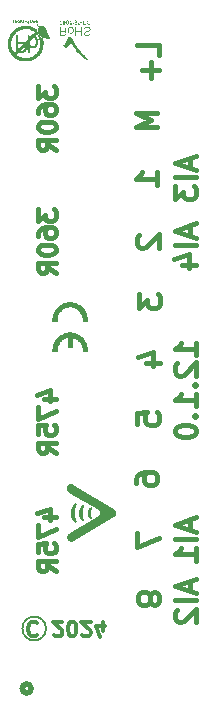
<source format=gbr>
%TF.GenerationSoftware,KiCad,Pcbnew,7.0.10*%
%TF.CreationDate,2024-07-21T08:04:53-04:00*%
%TF.ProjectId,12.1.1 - PLC Connector,31322e31-2e31-4202-9d20-504c4320436f,rev?*%
%TF.SameCoordinates,Original*%
%TF.FileFunction,Legend,Bot*%
%TF.FilePolarity,Positive*%
%FSLAX46Y46*%
G04 Gerber Fmt 4.6, Leading zero omitted, Abs format (unit mm)*
G04 Created by KiCad (PCBNEW 7.0.10) date 2024-07-21 08:04:53*
%MOMM*%
%LPD*%
G01*
G04 APERTURE LIST*
%ADD10C,0.000000*%
%ADD11C,0.004960*%
%ADD12C,0.150000*%
%ADD13C,0.457200*%
%ADD14C,0.381000*%
%ADD15C,0.310000*%
%ADD16C,0.508000*%
G04 APERTURE END LIST*
D10*
G36*
X150964016Y-120203983D02*
G01*
X150968057Y-120204504D01*
X150972040Y-120205203D01*
X150975960Y-120206075D01*
X150979814Y-120207116D01*
X150983598Y-120208322D01*
X150987306Y-120209689D01*
X150990936Y-120211214D01*
X150994482Y-120212891D01*
X150997941Y-120214717D01*
X151001309Y-120216689D01*
X151004580Y-120218801D01*
X151007752Y-120221050D01*
X151010820Y-120223432D01*
X151013779Y-120225943D01*
X151016626Y-120228578D01*
X151019356Y-120231334D01*
X151021965Y-120234207D01*
X151024450Y-120237192D01*
X151026805Y-120240286D01*
X151029026Y-120243485D01*
X151031111Y-120246784D01*
X151033053Y-120250179D01*
X151034849Y-120253667D01*
X151036495Y-120257242D01*
X151037987Y-120260903D01*
X151039321Y-120264643D01*
X151040491Y-120268460D01*
X151041495Y-120272349D01*
X151042328Y-120276306D01*
X151042986Y-120280327D01*
X151043464Y-120284407D01*
X151043919Y-120286712D01*
X151044308Y-120289027D01*
X151044631Y-120291351D01*
X151044888Y-120293683D01*
X151045078Y-120296022D01*
X151045202Y-120298365D01*
X151045259Y-120300712D01*
X151045249Y-120303061D01*
X151045249Y-120305839D01*
X151045238Y-120307637D01*
X151045179Y-120309434D01*
X151045075Y-120311228D01*
X151044924Y-120313018D01*
X151044727Y-120314804D01*
X151044484Y-120316585D01*
X151044195Y-120318359D01*
X151043860Y-120320126D01*
X151043501Y-120321526D01*
X151043158Y-120322931D01*
X151042834Y-120324339D01*
X151042527Y-120325752D01*
X151042238Y-120327168D01*
X151041967Y-120328588D01*
X151041714Y-120330011D01*
X151041479Y-120331438D01*
X151041459Y-120331989D01*
X151041400Y-120332528D01*
X151041308Y-120333056D01*
X151041185Y-120333574D01*
X151041035Y-120334084D01*
X151040862Y-120334587D01*
X151040670Y-120335085D01*
X151040462Y-120335580D01*
X151040016Y-120336563D01*
X151039554Y-120337549D01*
X151039105Y-120338548D01*
X151038896Y-120339057D01*
X151038701Y-120339573D01*
X151038411Y-120340558D01*
X151038090Y-120341532D01*
X151037738Y-120342495D01*
X151037356Y-120343446D01*
X151036943Y-120344384D01*
X151036500Y-120345308D01*
X151036028Y-120346219D01*
X151035526Y-120347114D01*
X151034353Y-120349116D01*
X151033213Y-120351108D01*
X151032100Y-120353100D01*
X151031011Y-120355101D01*
X151029941Y-120357121D01*
X151028884Y-120359169D01*
X151027837Y-120361255D01*
X151026795Y-120363386D01*
X151026368Y-120364110D01*
X151025929Y-120364826D01*
X151025477Y-120365534D01*
X151025011Y-120366233D01*
X151024533Y-120366924D01*
X151024043Y-120367606D01*
X151023540Y-120368279D01*
X151023024Y-120368942D01*
X151021791Y-120370593D01*
X151020526Y-120372220D01*
X151019231Y-120373822D01*
X151017906Y-120375398D01*
X151016550Y-120376949D01*
X151015165Y-120378474D01*
X151013751Y-120379972D01*
X151012309Y-120381444D01*
X151013846Y-120380101D01*
X151015343Y-120378714D01*
X151016799Y-120377285D01*
X151018212Y-120375815D01*
X151019582Y-120374304D01*
X151020907Y-120372754D01*
X151022187Y-120371165D01*
X151023421Y-120369538D01*
X151008511Y-120400501D01*
X150994554Y-120431846D01*
X150981553Y-120463551D01*
X150969515Y-120495594D01*
X150958445Y-120527952D01*
X150948347Y-120560603D01*
X150939227Y-120593525D01*
X150931089Y-120626697D01*
X150923939Y-120660095D01*
X150917783Y-120693697D01*
X150912624Y-120727483D01*
X150908468Y-120761429D01*
X150905320Y-120795513D01*
X150903186Y-120829713D01*
X150902070Y-120864007D01*
X150901977Y-120898373D01*
X150902088Y-120933477D01*
X150903269Y-120968504D01*
X150905513Y-121003430D01*
X150908816Y-121038232D01*
X150913172Y-121072885D01*
X150918575Y-121107366D01*
X150925019Y-121141652D01*
X150932500Y-121175719D01*
X150941011Y-121209543D01*
X150950548Y-121243100D01*
X150961103Y-121276368D01*
X150972673Y-121309322D01*
X150985250Y-121341938D01*
X150998831Y-121374194D01*
X151013408Y-121406065D01*
X151028977Y-121437528D01*
X151029355Y-121438013D01*
X151029722Y-121438505D01*
X151030079Y-121439004D01*
X151030426Y-121439511D01*
X151030762Y-121440023D01*
X151031088Y-121440543D01*
X151031402Y-121441069D01*
X151031706Y-121441601D01*
X151032000Y-121442139D01*
X151032282Y-121442683D01*
X151032553Y-121443232D01*
X151032813Y-121443788D01*
X151033062Y-121444348D01*
X151033299Y-121444914D01*
X151033525Y-121445485D01*
X151033740Y-121446061D01*
X151035136Y-121448928D01*
X151036445Y-121451830D01*
X151037665Y-121454766D01*
X151038796Y-121457734D01*
X151039837Y-121460732D01*
X151040788Y-121463757D01*
X151041649Y-121466807D01*
X151042420Y-121469881D01*
X151043098Y-121472977D01*
X151043685Y-121476092D01*
X151044179Y-121479224D01*
X151044581Y-121482372D01*
X151044889Y-121485533D01*
X151045104Y-121488705D01*
X151045224Y-121491887D01*
X151045249Y-121495075D01*
X151045140Y-121500122D01*
X151044817Y-121505101D01*
X151044284Y-121510007D01*
X151043547Y-121514832D01*
X151042611Y-121519572D01*
X151041482Y-121524220D01*
X151040164Y-121528770D01*
X151038664Y-121533215D01*
X151036985Y-121537551D01*
X151035134Y-121541770D01*
X151033115Y-121545867D01*
X151030934Y-121549836D01*
X151028596Y-121553670D01*
X151026106Y-121557364D01*
X151023470Y-121560911D01*
X151020693Y-121564305D01*
X151017779Y-121567541D01*
X151014735Y-121570612D01*
X151011565Y-121573512D01*
X151008275Y-121576235D01*
X151004869Y-121578775D01*
X151001354Y-121581126D01*
X150997734Y-121583282D01*
X150994015Y-121585237D01*
X150990202Y-121586985D01*
X150986299Y-121588519D01*
X150982313Y-121589834D01*
X150978249Y-121590923D01*
X150974111Y-121591781D01*
X150969905Y-121592401D01*
X150965636Y-121592778D01*
X150961310Y-121592905D01*
X150958681Y-121592858D01*
X150956061Y-121592719D01*
X150953451Y-121592487D01*
X150950856Y-121592164D01*
X150948276Y-121591750D01*
X150945715Y-121591246D01*
X150943175Y-121590653D01*
X150940657Y-121589971D01*
X150938165Y-121589201D01*
X150935701Y-121588343D01*
X150933267Y-121587399D01*
X150930865Y-121586369D01*
X150928499Y-121585253D01*
X150926169Y-121584053D01*
X150923879Y-121582768D01*
X150921631Y-121581401D01*
X150921623Y-121581395D01*
X150917455Y-121578084D01*
X150913288Y-121574698D01*
X150909121Y-121571238D01*
X150904954Y-121567703D01*
X150869161Y-121535748D01*
X150835347Y-121502067D01*
X150803556Y-121466752D01*
X150773831Y-121429900D01*
X150746218Y-121391604D01*
X150720759Y-121351958D01*
X150697499Y-121311056D01*
X150676483Y-121268993D01*
X150657752Y-121225863D01*
X150641353Y-121181761D01*
X150627328Y-121136780D01*
X150615723Y-121091015D01*
X150606580Y-121044561D01*
X150599943Y-120997510D01*
X150595857Y-120949959D01*
X150594366Y-120902000D01*
X150595501Y-120854032D01*
X150599232Y-120806451D01*
X150605519Y-120759353D01*
X150614316Y-120712831D01*
X150625581Y-120666981D01*
X150639270Y-120621897D01*
X150655341Y-120577674D01*
X150673750Y-120534406D01*
X150694453Y-120492188D01*
X150717408Y-120451115D01*
X150742571Y-120411281D01*
X150769899Y-120372780D01*
X150799348Y-120335707D01*
X150830876Y-120300157D01*
X150864438Y-120266225D01*
X150899993Y-120234005D01*
X150906014Y-120229062D01*
X150912147Y-120224083D01*
X150918355Y-120219103D01*
X150924599Y-120214161D01*
X150924716Y-120214047D01*
X150924836Y-120213936D01*
X150924959Y-120213829D01*
X150925085Y-120213725D01*
X150925213Y-120213625D01*
X150925345Y-120213529D01*
X150925478Y-120213436D01*
X150925614Y-120213346D01*
X150925753Y-120213261D01*
X150925893Y-120213179D01*
X150926036Y-120213101D01*
X150926181Y-120213028D01*
X150926329Y-120212958D01*
X150926478Y-120212892D01*
X150926629Y-120212830D01*
X150926782Y-120212772D01*
X150928716Y-120211781D01*
X150930673Y-120210845D01*
X150932653Y-120209964D01*
X150934654Y-120209138D01*
X150936676Y-120208368D01*
X150938717Y-120207653D01*
X150940776Y-120206994D01*
X150942852Y-120206392D01*
X150944943Y-120205847D01*
X150947049Y-120205358D01*
X150949168Y-120204927D01*
X150951299Y-120204554D01*
X150953441Y-120204238D01*
X150955593Y-120203981D01*
X150957753Y-120203783D01*
X150959921Y-120203643D01*
X150964016Y-120203983D01*
G37*
G36*
X150315720Y-120074779D02*
G01*
X150319963Y-120075136D01*
X150324153Y-120075724D01*
X150328284Y-120076539D01*
X150332353Y-120077575D01*
X150336356Y-120078828D01*
X150340288Y-120080291D01*
X150344145Y-120081961D01*
X150347923Y-120083831D01*
X150351618Y-120085897D01*
X150355225Y-120088154D01*
X150358741Y-120090596D01*
X150362161Y-120093219D01*
X150365480Y-120096017D01*
X150368696Y-120098985D01*
X150371802Y-120102118D01*
X150374796Y-120105411D01*
X150377673Y-120108858D01*
X150380429Y-120112456D01*
X150383059Y-120116197D01*
X150385560Y-120120078D01*
X150387926Y-120124094D01*
X150390155Y-120128238D01*
X150392241Y-120132507D01*
X150394181Y-120136894D01*
X150395970Y-120141395D01*
X150397605Y-120146005D01*
X150399080Y-120150718D01*
X150400391Y-120155530D01*
X150401536Y-120160435D01*
X150402508Y-120165428D01*
X150403304Y-120170504D01*
X150403846Y-120173225D01*
X150404311Y-120175959D01*
X150404700Y-120178703D01*
X150405012Y-120181457D01*
X150405247Y-120184218D01*
X150405404Y-120186985D01*
X150405484Y-120189757D01*
X150405487Y-120192531D01*
X150405487Y-120195904D01*
X150405447Y-120198025D01*
X150405361Y-120200144D01*
X150405230Y-120202260D01*
X150405054Y-120204372D01*
X150404833Y-120206480D01*
X150404567Y-120208583D01*
X150404256Y-120210680D01*
X150403900Y-120212771D01*
X150403877Y-120213625D01*
X150403813Y-120214475D01*
X150403713Y-120215320D01*
X150403580Y-120216164D01*
X150403421Y-120217004D01*
X150403240Y-120217843D01*
X150402833Y-120219518D01*
X150401974Y-120222873D01*
X150401779Y-120223716D01*
X150401602Y-120224562D01*
X150401447Y-120225412D01*
X150401320Y-120226265D01*
X150398343Y-120235790D01*
X150397976Y-120236961D01*
X150397586Y-120238124D01*
X150397173Y-120239278D01*
X150396737Y-120240425D01*
X150396279Y-120241562D01*
X150395799Y-120242690D01*
X150395296Y-120243809D01*
X150394771Y-120244918D01*
X150393431Y-120247336D01*
X150392125Y-120249772D01*
X150390856Y-120252227D01*
X150389622Y-120254699D01*
X150388424Y-120257189D01*
X150387262Y-120259697D01*
X150386137Y-120262221D01*
X150385048Y-120264762D01*
X150384598Y-120265648D01*
X150384128Y-120266522D01*
X150383637Y-120267385D01*
X150383126Y-120268235D01*
X150382594Y-120269073D01*
X150382043Y-120269898D01*
X150381472Y-120270710D01*
X150380881Y-120271509D01*
X150379526Y-120273429D01*
X150378139Y-120275325D01*
X150376721Y-120277198D01*
X150375272Y-120279047D01*
X150373793Y-120280871D01*
X150372283Y-120282671D01*
X150370743Y-120284445D01*
X150369173Y-120286194D01*
X150370041Y-120285404D01*
X150370896Y-120284602D01*
X150371739Y-120283787D01*
X150372569Y-120282959D01*
X150373386Y-120282119D01*
X150374190Y-120281267D01*
X150374980Y-120280403D01*
X150375757Y-120279526D01*
X150376521Y-120278638D01*
X150377271Y-120277739D01*
X150378007Y-120276827D01*
X150378729Y-120275905D01*
X150379437Y-120274971D01*
X150380131Y-120274026D01*
X150380811Y-120273070D01*
X150381476Y-120272104D01*
X150366139Y-120304956D01*
X150351621Y-120338824D01*
X150337945Y-120373669D01*
X150325135Y-120409457D01*
X150313215Y-120446150D01*
X150302208Y-120483713D01*
X150292137Y-120522109D01*
X150283026Y-120561302D01*
X150274899Y-120601255D01*
X150267780Y-120641932D01*
X150261691Y-120683297D01*
X150256656Y-120725314D01*
X150252699Y-120767945D01*
X150249843Y-120811155D01*
X150248113Y-120854908D01*
X150247531Y-120899167D01*
X150248143Y-120944324D01*
X150249961Y-120988984D01*
X150252961Y-121033105D01*
X150257115Y-121076644D01*
X150262398Y-121119560D01*
X150268784Y-121161811D01*
X150276248Y-121203355D01*
X150284763Y-121244150D01*
X150294303Y-121284155D01*
X150304843Y-121323327D01*
X150316357Y-121361624D01*
X150328819Y-121399006D01*
X150342203Y-121435429D01*
X150356483Y-121470853D01*
X150371633Y-121505234D01*
X150387628Y-121538532D01*
X150388027Y-121539117D01*
X150388415Y-121539709D01*
X150388792Y-121540308D01*
X150389157Y-121540914D01*
X150389509Y-121541526D01*
X150389851Y-121542145D01*
X150390180Y-121542770D01*
X150390497Y-121543402D01*
X150390802Y-121544039D01*
X150391094Y-121544682D01*
X150391375Y-121545331D01*
X150391643Y-121545985D01*
X150391898Y-121546645D01*
X150392141Y-121547309D01*
X150392371Y-121547978D01*
X150392589Y-121548652D01*
X150394170Y-121552060D01*
X150395651Y-121555506D01*
X150397030Y-121558989D01*
X150398307Y-121562507D01*
X150399482Y-121566057D01*
X150400553Y-121569638D01*
X150401521Y-121573246D01*
X150402385Y-121576879D01*
X150403144Y-121580536D01*
X150403798Y-121584214D01*
X150404346Y-121587911D01*
X150404789Y-121591624D01*
X150405125Y-121595351D01*
X150405353Y-121599091D01*
X150405474Y-121602840D01*
X150405487Y-121606596D01*
X150405367Y-121612586D01*
X150405009Y-121618495D01*
X150404420Y-121624317D01*
X150403605Y-121630044D01*
X150401323Y-121641184D01*
X150398210Y-121651859D01*
X150394312Y-121662010D01*
X150389675Y-121671581D01*
X150384348Y-121680513D01*
X150378376Y-121688749D01*
X150375162Y-121692589D01*
X150371806Y-121696232D01*
X150368311Y-121699673D01*
X150364685Y-121702904D01*
X150360933Y-121705918D01*
X150357061Y-121708708D01*
X150353074Y-121711266D01*
X150348979Y-121713585D01*
X150344781Y-121715658D01*
X150340487Y-121717479D01*
X150336101Y-121719039D01*
X150331631Y-121720331D01*
X150327081Y-121721349D01*
X150322458Y-121722085D01*
X150317767Y-121722532D01*
X150313015Y-121722682D01*
X150310141Y-121722586D01*
X150307279Y-121722386D01*
X150304431Y-121722083D01*
X150301601Y-121721679D01*
X150298790Y-121721173D01*
X150296003Y-121720568D01*
X150293240Y-121719863D01*
X150290506Y-121719060D01*
X150287802Y-121718159D01*
X150285131Y-121717161D01*
X150282496Y-121716068D01*
X150279900Y-121714879D01*
X150277345Y-121713596D01*
X150274834Y-121712219D01*
X150272370Y-121710750D01*
X150269954Y-121709188D01*
X150267647Y-121707236D01*
X150265341Y-121705251D01*
X150260727Y-121701201D01*
X150256113Y-121697078D01*
X150251500Y-121692917D01*
X150213319Y-121656993D01*
X150176969Y-121618790D01*
X150142538Y-121578406D01*
X150110113Y-121535937D01*
X150079780Y-121491481D01*
X150051628Y-121445135D01*
X150025743Y-121396997D01*
X150002212Y-121347164D01*
X149981124Y-121295733D01*
X149962564Y-121242803D01*
X149946620Y-121188469D01*
X149933379Y-121132830D01*
X149922929Y-121075983D01*
X149915357Y-121018025D01*
X149910750Y-120959054D01*
X149909195Y-120899167D01*
X149910720Y-120839342D01*
X149915242Y-120780547D01*
X149922676Y-120722863D01*
X149932939Y-120666372D01*
X149945949Y-120611153D01*
X149961622Y-120557289D01*
X149979875Y-120504860D01*
X150000625Y-120453947D01*
X150023789Y-120404632D01*
X150049283Y-120356996D01*
X150077025Y-120311120D01*
X150106932Y-120267084D01*
X150138919Y-120224971D01*
X150172905Y-120184860D01*
X150208806Y-120146834D01*
X150246539Y-120110973D01*
X150246539Y-120109782D01*
X150253072Y-120103944D01*
X150259809Y-120098050D01*
X150273526Y-120086168D01*
X150273830Y-120085941D01*
X150274140Y-120085721D01*
X150274455Y-120085510D01*
X150274775Y-120085307D01*
X150275100Y-120085113D01*
X150275431Y-120084927D01*
X150275766Y-120084749D01*
X150276106Y-120084580D01*
X150278152Y-120083482D01*
X150280227Y-120082446D01*
X150282328Y-120081472D01*
X150284455Y-120080561D01*
X150286606Y-120079713D01*
X150288778Y-120078928D01*
X150290972Y-120078207D01*
X150293186Y-120077551D01*
X150295417Y-120076959D01*
X150297666Y-120076432D01*
X150299929Y-120075971D01*
X150302207Y-120075575D01*
X150304497Y-120075246D01*
X150306798Y-120074983D01*
X150309109Y-120074787D01*
X150311428Y-120074659D01*
X150315720Y-120074779D01*
G37*
G36*
X151638000Y-120396000D02*
G01*
X151641159Y-120396212D01*
X151644283Y-120396563D01*
X151647368Y-120397050D01*
X151650410Y-120397670D01*
X151653406Y-120398420D01*
X151656352Y-120399297D01*
X151659246Y-120400299D01*
X151662084Y-120401422D01*
X151664862Y-120402664D01*
X151667577Y-120404022D01*
X151670225Y-120405493D01*
X151672804Y-120407075D01*
X151675310Y-120408763D01*
X151677740Y-120410557D01*
X151680090Y-120412451D01*
X151682356Y-120414445D01*
X151684536Y-120416535D01*
X151686625Y-120418717D01*
X151688622Y-120420991D01*
X151690521Y-120423351D01*
X151692321Y-120425796D01*
X151694017Y-120428323D01*
X151695606Y-120430928D01*
X151697084Y-120433610D01*
X151698449Y-120436364D01*
X151699697Y-120439190D01*
X151700825Y-120442082D01*
X151701828Y-120445039D01*
X151702704Y-120448058D01*
X151703450Y-120451136D01*
X151704062Y-120454270D01*
X151704404Y-120455935D01*
X151704698Y-120457609D01*
X151704944Y-120459290D01*
X151705142Y-120460977D01*
X151705292Y-120462669D01*
X151705393Y-120464364D01*
X151705447Y-120466063D01*
X151705451Y-120467764D01*
X151705451Y-120468954D01*
X151705547Y-120470242D01*
X151705616Y-120471532D01*
X151705658Y-120472823D01*
X151705671Y-120474114D01*
X151705658Y-120475405D01*
X151705616Y-120476695D01*
X151705547Y-120477985D01*
X151705451Y-120479273D01*
X151705149Y-120480276D01*
X151704863Y-120481284D01*
X151704591Y-120482295D01*
X151704335Y-120483311D01*
X151704095Y-120484330D01*
X151703870Y-120485353D01*
X151703661Y-120486379D01*
X151703467Y-120487409D01*
X151701085Y-120493362D01*
X151700829Y-120494086D01*
X151700554Y-120494802D01*
X151700259Y-120495510D01*
X151699946Y-120496210D01*
X151699614Y-120496901D01*
X151699263Y-120497583D01*
X151698893Y-120498256D01*
X151698506Y-120498918D01*
X151697490Y-120500333D01*
X151696521Y-120501749D01*
X151695590Y-120503170D01*
X151694686Y-120504599D01*
X151692925Y-120507485D01*
X151691164Y-120510428D01*
X151690809Y-120510979D01*
X151690441Y-120511523D01*
X151690062Y-120512057D01*
X151689670Y-120512583D01*
X151689267Y-120513100D01*
X151688852Y-120513608D01*
X151688426Y-120514106D01*
X151687988Y-120514595D01*
X151686964Y-120515775D01*
X151685920Y-120516937D01*
X151684856Y-120518081D01*
X151683773Y-120519208D01*
X151682672Y-120520315D01*
X151681552Y-120521404D01*
X151680414Y-120522474D01*
X151679257Y-120523525D01*
X151679893Y-120523066D01*
X151680520Y-120522596D01*
X151681140Y-120522116D01*
X151681751Y-120521626D01*
X151682353Y-120521126D01*
X151682947Y-120520615D01*
X151683532Y-120520095D01*
X151684108Y-120519566D01*
X151684676Y-120519026D01*
X151685234Y-120518478D01*
X151685783Y-120517919D01*
X151686322Y-120517352D01*
X151686853Y-120516775D01*
X151687373Y-120516190D01*
X151687884Y-120515595D01*
X151688385Y-120514992D01*
X151664579Y-120560619D01*
X151643992Y-120607348D01*
X151626621Y-120655018D01*
X151612468Y-120703470D01*
X151601529Y-120752542D01*
X151593806Y-120802076D01*
X151589296Y-120851910D01*
X151587998Y-120901884D01*
X151589912Y-120951839D01*
X151595036Y-121001613D01*
X151603370Y-121051048D01*
X151614912Y-121099982D01*
X151629662Y-121148255D01*
X151647619Y-121195708D01*
X151668781Y-121242179D01*
X151693148Y-121287509D01*
X151693703Y-121288224D01*
X151694235Y-121288955D01*
X151694744Y-121289703D01*
X151695228Y-121290466D01*
X151695688Y-121291243D01*
X151696123Y-121292036D01*
X151696533Y-121292842D01*
X151696918Y-121293661D01*
X151698070Y-121295695D01*
X151699151Y-121297764D01*
X151700159Y-121299864D01*
X151701094Y-121301994D01*
X151701956Y-121304151D01*
X151702744Y-121306335D01*
X151703457Y-121308543D01*
X151704096Y-121310773D01*
X151704659Y-121313024D01*
X151705146Y-121315292D01*
X151705556Y-121317577D01*
X151705890Y-121319877D01*
X151706146Y-121322189D01*
X151706324Y-121324512D01*
X151706423Y-121326843D01*
X151706443Y-121329181D01*
X151706396Y-121332662D01*
X151706178Y-121336121D01*
X151705791Y-121339553D01*
X151705236Y-121342951D01*
X151704517Y-121346310D01*
X151703636Y-121349624D01*
X151702595Y-121352887D01*
X151701397Y-121356094D01*
X151700043Y-121359239D01*
X151698537Y-121362315D01*
X151696880Y-121365317D01*
X151695075Y-121368240D01*
X151693124Y-121371077D01*
X151691029Y-121373822D01*
X151688794Y-121376471D01*
X151686419Y-121379016D01*
X151683921Y-121381441D01*
X151681317Y-121383729D01*
X151678614Y-121385877D01*
X151675816Y-121387884D01*
X151672929Y-121389747D01*
X151669961Y-121391463D01*
X151666915Y-121393030D01*
X151663798Y-121394445D01*
X151660615Y-121395707D01*
X151657373Y-121396812D01*
X151654077Y-121397759D01*
X151650733Y-121398544D01*
X151647347Y-121399165D01*
X151643924Y-121399621D01*
X151640469Y-121399908D01*
X151636990Y-121400023D01*
X151634885Y-121399977D01*
X151632786Y-121399866D01*
X151630694Y-121399690D01*
X151628612Y-121399449D01*
X151626539Y-121399145D01*
X151624479Y-121398777D01*
X151622432Y-121398347D01*
X151620399Y-121397853D01*
X151618383Y-121397297D01*
X151616384Y-121396679D01*
X151614404Y-121395999D01*
X151612445Y-121395258D01*
X151610508Y-121394456D01*
X151608594Y-121393594D01*
X151606706Y-121392671D01*
X151604843Y-121391689D01*
X151603123Y-121390546D01*
X151601389Y-121389357D01*
X151599646Y-121388131D01*
X151597898Y-121386877D01*
X151594407Y-121384322D01*
X151590953Y-121381767D01*
X151562254Y-121359846D01*
X151534916Y-121336538D01*
X151509007Y-121311902D01*
X151484593Y-121285999D01*
X151461744Y-121258888D01*
X151440526Y-121230629D01*
X151421007Y-121201280D01*
X151403256Y-121170902D01*
X151387339Y-121139555D01*
X151373324Y-121107297D01*
X151361280Y-121074189D01*
X151351274Y-121040290D01*
X151343374Y-121005660D01*
X151337647Y-120970358D01*
X151335619Y-120952473D01*
X151334161Y-120934443D01*
X151333280Y-120916275D01*
X151332984Y-120897976D01*
X151334136Y-120861541D01*
X151337548Y-120825715D01*
X151343154Y-120790551D01*
X151350890Y-120756100D01*
X151360689Y-120722414D01*
X151372487Y-120689545D01*
X151386218Y-120657545D01*
X151401817Y-120626464D01*
X151419218Y-120596356D01*
X151438355Y-120567272D01*
X151459164Y-120539263D01*
X151481579Y-120512381D01*
X151505535Y-120486679D01*
X151530966Y-120462207D01*
X151557807Y-120439018D01*
X151585992Y-120417163D01*
X151605835Y-120402677D01*
X151607820Y-120402677D01*
X151609419Y-120401958D01*
X151611033Y-120401277D01*
X151612661Y-120400636D01*
X151614303Y-120400034D01*
X151615958Y-120399471D01*
X151617625Y-120398947D01*
X151619303Y-120398464D01*
X151620993Y-120398020D01*
X151622692Y-120397617D01*
X151624400Y-120397253D01*
X151626118Y-120396931D01*
X151627843Y-120396648D01*
X151629575Y-120396407D01*
X151631313Y-120396206D01*
X151633058Y-120396047D01*
X151634807Y-120395929D01*
X151638000Y-120396000D01*
G37*
G36*
X149940552Y-118448964D02*
G01*
X149949269Y-118449302D01*
X149957965Y-118449872D01*
X149966635Y-118450675D01*
X149975274Y-118451708D01*
X149983877Y-118452972D01*
X149992441Y-118454464D01*
X150000960Y-118456184D01*
X150009430Y-118458131D01*
X150017846Y-118460305D01*
X150026204Y-118462703D01*
X150034499Y-118465325D01*
X150042727Y-118468170D01*
X150050883Y-118471237D01*
X150058962Y-118474526D01*
X150066960Y-118478034D01*
X150133032Y-118517718D01*
X153388995Y-120471137D01*
X153572351Y-120581667D01*
X153608268Y-120603098D01*
X153610848Y-120604685D01*
X153628794Y-120618292D01*
X153645778Y-120632860D01*
X153661772Y-120648335D01*
X153676751Y-120664665D01*
X153690686Y-120681799D01*
X153703552Y-120699684D01*
X153715320Y-120718266D01*
X153725964Y-120737495D01*
X153735458Y-120757317D01*
X153743772Y-120777681D01*
X153750882Y-120798533D01*
X153756760Y-120819822D01*
X153761379Y-120841495D01*
X153764711Y-120863500D01*
X153766730Y-120885784D01*
X153767409Y-120908295D01*
X153766730Y-120930806D01*
X153764711Y-120953090D01*
X153761379Y-120975094D01*
X153756760Y-120996767D01*
X153750882Y-121018056D01*
X153743772Y-121038909D01*
X153735458Y-121059272D01*
X153725964Y-121079094D01*
X153715320Y-121098323D01*
X153703552Y-121116906D01*
X153690686Y-121134790D01*
X153676751Y-121151924D01*
X153661772Y-121168254D01*
X153645778Y-121183730D01*
X153628794Y-121198297D01*
X153610848Y-121211904D01*
X153610510Y-121212105D01*
X153610177Y-121212312D01*
X153609848Y-121212526D01*
X153609523Y-121212746D01*
X153609202Y-121212972D01*
X153608886Y-121213205D01*
X153608575Y-121213445D01*
X153608268Y-121213690D01*
X153572351Y-121235121D01*
X153388598Y-121345452D01*
X150164584Y-123280020D01*
X150109617Y-123313159D01*
X150101271Y-123317098D01*
X150092830Y-123320794D01*
X150084297Y-123324246D01*
X150075679Y-123327452D01*
X150066980Y-123330411D01*
X150058207Y-123333121D01*
X150049364Y-123335582D01*
X150040457Y-123337793D01*
X150031491Y-123339751D01*
X150022472Y-123341456D01*
X150013405Y-123342907D01*
X150004295Y-123344101D01*
X149995148Y-123345039D01*
X149985968Y-123345719D01*
X149976763Y-123346139D01*
X149967536Y-123346298D01*
X149949379Y-123345796D01*
X149931463Y-123344307D01*
X149913807Y-123341855D01*
X149896436Y-123338463D01*
X149879370Y-123334157D01*
X149862633Y-123328961D01*
X149846245Y-123322898D01*
X149830229Y-123315993D01*
X149814608Y-123308270D01*
X149799402Y-123299753D01*
X149784636Y-123290466D01*
X149770329Y-123280434D01*
X149756505Y-123269681D01*
X149743186Y-123258231D01*
X149730393Y-123246109D01*
X149718149Y-123233337D01*
X149706476Y-123219941D01*
X149695396Y-123205946D01*
X149684932Y-123191374D01*
X149675104Y-123176250D01*
X149665935Y-123160599D01*
X149657448Y-123144444D01*
X149649665Y-123127810D01*
X149642607Y-123110721D01*
X149636296Y-123093202D01*
X149630755Y-123075276D01*
X149626006Y-123056967D01*
X149622071Y-123038300D01*
X149618972Y-123019300D01*
X149616731Y-122999989D01*
X149615371Y-122980393D01*
X149614912Y-122960535D01*
X149615283Y-122938277D01*
X149616883Y-122916196D01*
X149619690Y-122894338D01*
X149623684Y-122872749D01*
X149628843Y-122851474D01*
X149635148Y-122830558D01*
X149642577Y-122810047D01*
X149651110Y-122789987D01*
X149660725Y-122770422D01*
X149671402Y-122751398D01*
X149683120Y-122732962D01*
X149695858Y-122715157D01*
X149709596Y-122698031D01*
X149724312Y-122681627D01*
X149739986Y-122665992D01*
X149756596Y-122651171D01*
X149757589Y-122651171D01*
X149841726Y-122599974D01*
X152278936Y-121137490D01*
X152285340Y-121134603D01*
X152291639Y-121131508D01*
X152297829Y-121128206D01*
X152303904Y-121124702D01*
X152309859Y-121120998D01*
X152315690Y-121117097D01*
X152321391Y-121113002D01*
X152326957Y-121108717D01*
X152337702Y-121099397D01*
X152347871Y-121089559D01*
X152357449Y-121079230D01*
X152366424Y-121068437D01*
X152374782Y-121057208D01*
X152382509Y-121045571D01*
X152389592Y-121033553D01*
X152396019Y-121021181D01*
X152401774Y-121008484D01*
X152406846Y-120995488D01*
X152411220Y-120982222D01*
X152414884Y-120968712D01*
X152417824Y-120954987D01*
X152420026Y-120941073D01*
X152421477Y-120926999D01*
X152422164Y-120912792D01*
X152422076Y-120898568D01*
X152421218Y-120884446D01*
X152419604Y-120870452D01*
X152417245Y-120856615D01*
X152414153Y-120842963D01*
X152410342Y-120829524D01*
X152405822Y-120816326D01*
X152400606Y-120803398D01*
X152394706Y-120790767D01*
X152388135Y-120778461D01*
X152380905Y-120766509D01*
X152373028Y-120754938D01*
X152364515Y-120743777D01*
X152355381Y-120733053D01*
X152345635Y-120722796D01*
X152335292Y-120713032D01*
X152307312Y-120694975D01*
X152284095Y-120679893D01*
X152280191Y-120678110D01*
X152276232Y-120676346D01*
X152272235Y-120674619D01*
X152268220Y-120672948D01*
X149784576Y-119182881D01*
X149772666Y-119176248D01*
X149761050Y-119169236D01*
X149749736Y-119161857D01*
X149738729Y-119154120D01*
X149728034Y-119146035D01*
X149717659Y-119137613D01*
X149707608Y-119128863D01*
X149697889Y-119119796D01*
X149688506Y-119110422D01*
X149679466Y-119100751D01*
X149670775Y-119090793D01*
X149662439Y-119080559D01*
X149654463Y-119070059D01*
X149646854Y-119059302D01*
X149639618Y-119048299D01*
X149632760Y-119037060D01*
X149626287Y-119025595D01*
X149620204Y-119013914D01*
X149614518Y-119002028D01*
X149609234Y-118989947D01*
X149604359Y-118977681D01*
X149599898Y-118965239D01*
X149595858Y-118952633D01*
X149592243Y-118939872D01*
X149589061Y-118926966D01*
X149586318Y-118913926D01*
X149584018Y-118900762D01*
X149582169Y-118887484D01*
X149580775Y-118874101D01*
X149579844Y-118860625D01*
X149579381Y-118847066D01*
X149579392Y-118833433D01*
X149579853Y-118813648D01*
X149581222Y-118794123D01*
X149583476Y-118774881D01*
X149586591Y-118755947D01*
X149590547Y-118737344D01*
X149595319Y-118719097D01*
X149600885Y-118701230D01*
X149607223Y-118683767D01*
X149614309Y-118666733D01*
X149622122Y-118650152D01*
X149630638Y-118634047D01*
X149639835Y-118618443D01*
X149649690Y-118603365D01*
X149660180Y-118588836D01*
X149671283Y-118574881D01*
X149682976Y-118561524D01*
X149695237Y-118548788D01*
X149708042Y-118536699D01*
X149721370Y-118525281D01*
X149735196Y-118514557D01*
X149749500Y-118504552D01*
X149764257Y-118495290D01*
X149779446Y-118486795D01*
X149795044Y-118479091D01*
X149811027Y-118472204D01*
X149827374Y-118466156D01*
X149844062Y-118460972D01*
X149861068Y-118456676D01*
X149878369Y-118453293D01*
X149895942Y-118450847D01*
X149913766Y-118449361D01*
X149931817Y-118448861D01*
X149940552Y-118448964D01*
G37*
D11*
X152466459Y-120722160D02*
X152441853Y-120705889D01*
D12*
X147812000Y-130683000D02*
G75*
G03*
X145812000Y-130683000I-1000000J0D01*
G01*
X145812000Y-130683000D02*
G75*
G03*
X147812000Y-130683000I1000000J0D01*
G01*
D13*
X157232414Y-93105514D02*
X157232414Y-92060485D01*
X157232414Y-92583000D02*
X155403614Y-92583000D01*
X155403614Y-92583000D02*
X155664871Y-92408828D01*
X155664871Y-92408828D02*
X155839043Y-92234657D01*
X155839043Y-92234657D02*
X155926129Y-92060485D01*
X155530614Y-113338428D02*
X155530614Y-112467571D01*
X155530614Y-112467571D02*
X156401471Y-112380485D01*
X156401471Y-112380485D02*
X156314386Y-112467571D01*
X156314386Y-112467571D02*
X156227300Y-112641743D01*
X156227300Y-112641743D02*
X156227300Y-113077171D01*
X156227300Y-113077171D02*
X156314386Y-113251343D01*
X156314386Y-113251343D02*
X156401471Y-113338428D01*
X156401471Y-113338428D02*
X156575643Y-113425514D01*
X156575643Y-113425514D02*
X157011071Y-113425514D01*
X157011071Y-113425514D02*
X157185243Y-113338428D01*
X157185243Y-113338428D02*
X157272329Y-113251343D01*
X157272329Y-113251343D02*
X157359414Y-113077171D01*
X157359414Y-113077171D02*
X157359414Y-112641743D01*
X157359414Y-112641743D02*
X157272329Y-112467571D01*
X157272329Y-112467571D02*
X157185243Y-112380485D01*
X160011900Y-121448285D02*
X160011900Y-122319143D01*
X160534414Y-121274114D02*
X158705614Y-121883714D01*
X158705614Y-121883714D02*
X160534414Y-122493314D01*
X160534414Y-123102914D02*
X158705614Y-123102914D01*
X160534414Y-124931714D02*
X160534414Y-123886685D01*
X160534414Y-124409200D02*
X158705614Y-124409200D01*
X158705614Y-124409200D02*
X158966871Y-124235028D01*
X158966871Y-124235028D02*
X159141043Y-124060857D01*
X159141043Y-124060857D02*
X159228129Y-123886685D01*
X160011900Y-96556285D02*
X160011900Y-97427143D01*
X160534414Y-96382114D02*
X158705614Y-96991714D01*
X158705614Y-96991714D02*
X160534414Y-97601314D01*
X160534414Y-98210914D02*
X158705614Y-98210914D01*
X159315214Y-99865543D02*
X160534414Y-99865543D01*
X158618529Y-99430114D02*
X159924814Y-98994685D01*
X159924814Y-98994685D02*
X159924814Y-100126800D01*
X155403614Y-118331343D02*
X155403614Y-117983000D01*
X155403614Y-117983000D02*
X155490700Y-117808828D01*
X155490700Y-117808828D02*
X155577786Y-117721743D01*
X155577786Y-117721743D02*
X155839043Y-117547571D01*
X155839043Y-117547571D02*
X156187386Y-117460485D01*
X156187386Y-117460485D02*
X156884071Y-117460485D01*
X156884071Y-117460485D02*
X157058243Y-117547571D01*
X157058243Y-117547571D02*
X157145329Y-117634657D01*
X157145329Y-117634657D02*
X157232414Y-117808828D01*
X157232414Y-117808828D02*
X157232414Y-118157171D01*
X157232414Y-118157171D02*
X157145329Y-118331343D01*
X157145329Y-118331343D02*
X157058243Y-118418428D01*
X157058243Y-118418428D02*
X156884071Y-118505514D01*
X156884071Y-118505514D02*
X156448643Y-118505514D01*
X156448643Y-118505514D02*
X156274471Y-118418428D01*
X156274471Y-118418428D02*
X156187386Y-118331343D01*
X156187386Y-118331343D02*
X156100300Y-118157171D01*
X156100300Y-118157171D02*
X156100300Y-117808828D01*
X156100300Y-117808828D02*
X156187386Y-117634657D01*
X156187386Y-117634657D02*
X156274471Y-117547571D01*
X156274471Y-117547571D02*
X156448643Y-117460485D01*
X157232414Y-87020400D02*
X155403614Y-87020400D01*
X155403614Y-87020400D02*
X156709900Y-87630000D01*
X156709900Y-87630000D02*
X155403614Y-88239600D01*
X155403614Y-88239600D02*
X157232414Y-88239600D01*
X160011900Y-90841285D02*
X160011900Y-91712143D01*
X160534414Y-90667114D02*
X158705614Y-91276714D01*
X158705614Y-91276714D02*
X160534414Y-91886314D01*
X160534414Y-92495914D02*
X158705614Y-92495914D01*
X158705614Y-93192600D02*
X158705614Y-94324714D01*
X158705614Y-94324714D02*
X159402300Y-93715114D01*
X159402300Y-93715114D02*
X159402300Y-93976371D01*
X159402300Y-93976371D02*
X159489386Y-94150543D01*
X159489386Y-94150543D02*
X159576471Y-94237628D01*
X159576471Y-94237628D02*
X159750643Y-94324714D01*
X159750643Y-94324714D02*
X160186071Y-94324714D01*
X160186071Y-94324714D02*
X160360243Y-94237628D01*
X160360243Y-94237628D02*
X160447329Y-94150543D01*
X160447329Y-94150543D02*
X160534414Y-93976371D01*
X160534414Y-93976371D02*
X160534414Y-93453857D01*
X160534414Y-93453857D02*
X160447329Y-93279685D01*
X160447329Y-93279685D02*
X160360243Y-93192600D01*
X155657614Y-102387400D02*
X155657614Y-103519514D01*
X155657614Y-103519514D02*
X156354300Y-102909914D01*
X156354300Y-102909914D02*
X156354300Y-103171171D01*
X156354300Y-103171171D02*
X156441386Y-103345343D01*
X156441386Y-103345343D02*
X156528471Y-103432428D01*
X156528471Y-103432428D02*
X156702643Y-103519514D01*
X156702643Y-103519514D02*
X157138071Y-103519514D01*
X157138071Y-103519514D02*
X157312243Y-103432428D01*
X157312243Y-103432428D02*
X157399329Y-103345343D01*
X157399329Y-103345343D02*
X157486414Y-103171171D01*
X157486414Y-103171171D02*
X157486414Y-102648657D01*
X157486414Y-102648657D02*
X157399329Y-102474485D01*
X157399329Y-102474485D02*
X157312243Y-102387400D01*
X156613613Y-128317171D02*
X156700699Y-128491342D01*
X156700699Y-128491342D02*
X156787785Y-128578428D01*
X156787785Y-128578428D02*
X156961956Y-128665514D01*
X156961956Y-128665514D02*
X157049042Y-128665514D01*
X157049042Y-128665514D02*
X157223213Y-128578428D01*
X157223213Y-128578428D02*
X157310299Y-128491342D01*
X157310299Y-128491342D02*
X157397385Y-128317171D01*
X157397385Y-128317171D02*
X157397385Y-127968828D01*
X157397385Y-127968828D02*
X157310299Y-127794657D01*
X157310299Y-127794657D02*
X157223213Y-127707571D01*
X157223213Y-127707571D02*
X157049042Y-127620485D01*
X157049042Y-127620485D02*
X156961956Y-127620485D01*
X156961956Y-127620485D02*
X156787785Y-127707571D01*
X156787785Y-127707571D02*
X156700699Y-127794657D01*
X156700699Y-127794657D02*
X156613613Y-127968828D01*
X156613613Y-127968828D02*
X156613613Y-128317171D01*
X156613613Y-128317171D02*
X156526528Y-128491342D01*
X156526528Y-128491342D02*
X156439442Y-128578428D01*
X156439442Y-128578428D02*
X156265271Y-128665514D01*
X156265271Y-128665514D02*
X155916928Y-128665514D01*
X155916928Y-128665514D02*
X155742756Y-128578428D01*
X155742756Y-128578428D02*
X155655671Y-128491342D01*
X155655671Y-128491342D02*
X155568585Y-128317171D01*
X155568585Y-128317171D02*
X155568585Y-127968828D01*
X155568585Y-127968828D02*
X155655671Y-127794657D01*
X155655671Y-127794657D02*
X155742756Y-127707571D01*
X155742756Y-127707571D02*
X155916928Y-127620485D01*
X155916928Y-127620485D02*
X156265271Y-127620485D01*
X156265271Y-127620485D02*
X156439442Y-127707571D01*
X156439442Y-127707571D02*
X156526528Y-127794657D01*
X156526528Y-127794657D02*
X156613613Y-127968828D01*
D14*
X147624219Y-111233857D02*
X148640219Y-111233857D01*
X147043648Y-110870999D02*
X148132219Y-110508142D01*
X148132219Y-110508142D02*
X148132219Y-111451571D01*
X147116219Y-111887000D02*
X147116219Y-112903000D01*
X147116219Y-112903000D02*
X148640219Y-112249857D01*
X147116219Y-114209286D02*
X147116219Y-113483572D01*
X147116219Y-113483572D02*
X147841933Y-113411000D01*
X147841933Y-113411000D02*
X147769362Y-113483572D01*
X147769362Y-113483572D02*
X147696790Y-113628715D01*
X147696790Y-113628715D02*
X147696790Y-113991572D01*
X147696790Y-113991572D02*
X147769362Y-114136715D01*
X147769362Y-114136715D02*
X147841933Y-114209286D01*
X147841933Y-114209286D02*
X147987076Y-114281857D01*
X147987076Y-114281857D02*
X148349933Y-114281857D01*
X148349933Y-114281857D02*
X148495076Y-114209286D01*
X148495076Y-114209286D02*
X148567648Y-114136715D01*
X148567648Y-114136715D02*
X148640219Y-113991572D01*
X148640219Y-113991572D02*
X148640219Y-113628715D01*
X148640219Y-113628715D02*
X148567648Y-113483572D01*
X148567648Y-113483572D02*
X148495076Y-113411000D01*
X148640219Y-115805858D02*
X147914505Y-115297858D01*
X148640219Y-114935001D02*
X147116219Y-114935001D01*
X147116219Y-114935001D02*
X147116219Y-115515572D01*
X147116219Y-115515572D02*
X147188790Y-115660715D01*
X147188790Y-115660715D02*
X147261362Y-115733286D01*
X147261362Y-115733286D02*
X147406505Y-115805858D01*
X147406505Y-115805858D02*
X147624219Y-115805858D01*
X147624219Y-115805858D02*
X147769362Y-115733286D01*
X147769362Y-115733286D02*
X147841933Y-115660715D01*
X147841933Y-115660715D02*
X147914505Y-115515572D01*
X147914505Y-115515572D02*
X147914505Y-114935001D01*
D13*
X157359414Y-82110942D02*
X157359414Y-81240085D01*
X157359414Y-81240085D02*
X155530614Y-81240085D01*
X156662729Y-82720542D02*
X156662729Y-84113914D01*
X157359414Y-83417228D02*
X155966043Y-83417228D01*
X160011900Y-126655285D02*
X160011900Y-127526143D01*
X160534414Y-126481114D02*
X158705614Y-127090714D01*
X158705614Y-127090714D02*
X160534414Y-127700314D01*
X160534414Y-128309914D02*
X158705614Y-128309914D01*
X158879786Y-129093685D02*
X158792700Y-129180771D01*
X158792700Y-129180771D02*
X158705614Y-129354943D01*
X158705614Y-129354943D02*
X158705614Y-129790371D01*
X158705614Y-129790371D02*
X158792700Y-129964543D01*
X158792700Y-129964543D02*
X158879786Y-130051628D01*
X158879786Y-130051628D02*
X159053957Y-130138714D01*
X159053957Y-130138714D02*
X159228129Y-130138714D01*
X159228129Y-130138714D02*
X159489386Y-130051628D01*
X159489386Y-130051628D02*
X160534414Y-129006600D01*
X160534414Y-129006600D02*
X160534414Y-130138714D01*
X155530614Y-122580400D02*
X155530614Y-123799600D01*
X155530614Y-123799600D02*
X157359414Y-123015828D01*
X160534414Y-107529086D02*
X160534414Y-106484057D01*
X160534414Y-107006572D02*
X158705614Y-107006572D01*
X158705614Y-107006572D02*
X158966871Y-106832400D01*
X158966871Y-106832400D02*
X159141043Y-106658229D01*
X159141043Y-106658229D02*
X159228129Y-106484057D01*
X158879786Y-108225771D02*
X158792700Y-108312857D01*
X158792700Y-108312857D02*
X158705614Y-108487029D01*
X158705614Y-108487029D02*
X158705614Y-108922457D01*
X158705614Y-108922457D02*
X158792700Y-109096629D01*
X158792700Y-109096629D02*
X158879786Y-109183714D01*
X158879786Y-109183714D02*
X159053957Y-109270800D01*
X159053957Y-109270800D02*
X159228129Y-109270800D01*
X159228129Y-109270800D02*
X159489386Y-109183714D01*
X159489386Y-109183714D02*
X160534414Y-108138686D01*
X160534414Y-108138686D02*
X160534414Y-109270800D01*
X160360243Y-110054571D02*
X160447329Y-110141657D01*
X160447329Y-110141657D02*
X160534414Y-110054571D01*
X160534414Y-110054571D02*
X160447329Y-109967485D01*
X160447329Y-109967485D02*
X160360243Y-110054571D01*
X160360243Y-110054571D02*
X160534414Y-110054571D01*
X160534414Y-111883371D02*
X160534414Y-110838342D01*
X160534414Y-111360857D02*
X158705614Y-111360857D01*
X158705614Y-111360857D02*
X158966871Y-111186685D01*
X158966871Y-111186685D02*
X159141043Y-111012514D01*
X159141043Y-111012514D02*
X159228129Y-110838342D01*
X160360243Y-112667142D02*
X160447329Y-112754228D01*
X160447329Y-112754228D02*
X160534414Y-112667142D01*
X160534414Y-112667142D02*
X160447329Y-112580056D01*
X160447329Y-112580056D02*
X160360243Y-112667142D01*
X160360243Y-112667142D02*
X160534414Y-112667142D01*
X158705614Y-113886342D02*
X158705614Y-114060513D01*
X158705614Y-114060513D02*
X158792700Y-114234685D01*
X158792700Y-114234685D02*
X158879786Y-114321771D01*
X158879786Y-114321771D02*
X159053957Y-114408856D01*
X159053957Y-114408856D02*
X159402300Y-114495942D01*
X159402300Y-114495942D02*
X159837729Y-114495942D01*
X159837729Y-114495942D02*
X160186071Y-114408856D01*
X160186071Y-114408856D02*
X160360243Y-114321771D01*
X160360243Y-114321771D02*
X160447329Y-114234685D01*
X160447329Y-114234685D02*
X160534414Y-114060513D01*
X160534414Y-114060513D02*
X160534414Y-113886342D01*
X160534414Y-113886342D02*
X160447329Y-113712171D01*
X160447329Y-113712171D02*
X160360243Y-113625085D01*
X160360243Y-113625085D02*
X160186071Y-113537999D01*
X160186071Y-113537999D02*
X159837729Y-113450913D01*
X159837729Y-113450913D02*
X159402300Y-113450913D01*
X159402300Y-113450913D02*
X159053957Y-113537999D01*
X159053957Y-113537999D02*
X158879786Y-113625085D01*
X158879786Y-113625085D02*
X158792700Y-113712171D01*
X158792700Y-113712171D02*
X158705614Y-113886342D01*
D14*
X147116219Y-84781571D02*
X147116219Y-85724999D01*
X147116219Y-85724999D02*
X147696790Y-85216999D01*
X147696790Y-85216999D02*
X147696790Y-85434714D01*
X147696790Y-85434714D02*
X147769362Y-85579857D01*
X147769362Y-85579857D02*
X147841933Y-85652428D01*
X147841933Y-85652428D02*
X147987076Y-85724999D01*
X147987076Y-85724999D02*
X148349933Y-85724999D01*
X148349933Y-85724999D02*
X148495076Y-85652428D01*
X148495076Y-85652428D02*
X148567648Y-85579857D01*
X148567648Y-85579857D02*
X148640219Y-85434714D01*
X148640219Y-85434714D02*
X148640219Y-84999285D01*
X148640219Y-84999285D02*
X148567648Y-84854142D01*
X148567648Y-84854142D02*
X148495076Y-84781571D01*
X147116219Y-87031286D02*
X147116219Y-86741000D01*
X147116219Y-86741000D02*
X147188790Y-86595857D01*
X147188790Y-86595857D02*
X147261362Y-86523286D01*
X147261362Y-86523286D02*
X147479076Y-86378143D01*
X147479076Y-86378143D02*
X147769362Y-86305571D01*
X147769362Y-86305571D02*
X148349933Y-86305571D01*
X148349933Y-86305571D02*
X148495076Y-86378143D01*
X148495076Y-86378143D02*
X148567648Y-86450714D01*
X148567648Y-86450714D02*
X148640219Y-86595857D01*
X148640219Y-86595857D02*
X148640219Y-86886143D01*
X148640219Y-86886143D02*
X148567648Y-87031286D01*
X148567648Y-87031286D02*
X148495076Y-87103857D01*
X148495076Y-87103857D02*
X148349933Y-87176428D01*
X148349933Y-87176428D02*
X147987076Y-87176428D01*
X147987076Y-87176428D02*
X147841933Y-87103857D01*
X147841933Y-87103857D02*
X147769362Y-87031286D01*
X147769362Y-87031286D02*
X147696790Y-86886143D01*
X147696790Y-86886143D02*
X147696790Y-86595857D01*
X147696790Y-86595857D02*
X147769362Y-86450714D01*
X147769362Y-86450714D02*
X147841933Y-86378143D01*
X147841933Y-86378143D02*
X147987076Y-86305571D01*
X147116219Y-88119857D02*
X147116219Y-88265000D01*
X147116219Y-88265000D02*
X147188790Y-88410143D01*
X147188790Y-88410143D02*
X147261362Y-88482715D01*
X147261362Y-88482715D02*
X147406505Y-88555286D01*
X147406505Y-88555286D02*
X147696790Y-88627857D01*
X147696790Y-88627857D02*
X148059648Y-88627857D01*
X148059648Y-88627857D02*
X148349933Y-88555286D01*
X148349933Y-88555286D02*
X148495076Y-88482715D01*
X148495076Y-88482715D02*
X148567648Y-88410143D01*
X148567648Y-88410143D02*
X148640219Y-88265000D01*
X148640219Y-88265000D02*
X148640219Y-88119857D01*
X148640219Y-88119857D02*
X148567648Y-87974715D01*
X148567648Y-87974715D02*
X148495076Y-87902143D01*
X148495076Y-87902143D02*
X148349933Y-87829572D01*
X148349933Y-87829572D02*
X148059648Y-87757000D01*
X148059648Y-87757000D02*
X147696790Y-87757000D01*
X147696790Y-87757000D02*
X147406505Y-87829572D01*
X147406505Y-87829572D02*
X147261362Y-87902143D01*
X147261362Y-87902143D02*
X147188790Y-87974715D01*
X147188790Y-87974715D02*
X147116219Y-88119857D01*
X148640219Y-90151858D02*
X147914505Y-89643858D01*
X148640219Y-89281001D02*
X147116219Y-89281001D01*
X147116219Y-89281001D02*
X147116219Y-89861572D01*
X147116219Y-89861572D02*
X147188790Y-90006715D01*
X147188790Y-90006715D02*
X147261362Y-90079286D01*
X147261362Y-90079286D02*
X147406505Y-90151858D01*
X147406505Y-90151858D02*
X147624219Y-90151858D01*
X147624219Y-90151858D02*
X147769362Y-90079286D01*
X147769362Y-90079286D02*
X147841933Y-90006715D01*
X147841933Y-90006715D02*
X147914505Y-89861572D01*
X147914505Y-89861572D02*
X147914505Y-89281001D01*
X147116219Y-95195571D02*
X147116219Y-96138999D01*
X147116219Y-96138999D02*
X147696790Y-95630999D01*
X147696790Y-95630999D02*
X147696790Y-95848714D01*
X147696790Y-95848714D02*
X147769362Y-95993857D01*
X147769362Y-95993857D02*
X147841933Y-96066428D01*
X147841933Y-96066428D02*
X147987076Y-96138999D01*
X147987076Y-96138999D02*
X148349933Y-96138999D01*
X148349933Y-96138999D02*
X148495076Y-96066428D01*
X148495076Y-96066428D02*
X148567648Y-95993857D01*
X148567648Y-95993857D02*
X148640219Y-95848714D01*
X148640219Y-95848714D02*
X148640219Y-95413285D01*
X148640219Y-95413285D02*
X148567648Y-95268142D01*
X148567648Y-95268142D02*
X148495076Y-95195571D01*
X147116219Y-97445286D02*
X147116219Y-97155000D01*
X147116219Y-97155000D02*
X147188790Y-97009857D01*
X147188790Y-97009857D02*
X147261362Y-96937286D01*
X147261362Y-96937286D02*
X147479076Y-96792143D01*
X147479076Y-96792143D02*
X147769362Y-96719571D01*
X147769362Y-96719571D02*
X148349933Y-96719571D01*
X148349933Y-96719571D02*
X148495076Y-96792143D01*
X148495076Y-96792143D02*
X148567648Y-96864714D01*
X148567648Y-96864714D02*
X148640219Y-97009857D01*
X148640219Y-97009857D02*
X148640219Y-97300143D01*
X148640219Y-97300143D02*
X148567648Y-97445286D01*
X148567648Y-97445286D02*
X148495076Y-97517857D01*
X148495076Y-97517857D02*
X148349933Y-97590428D01*
X148349933Y-97590428D02*
X147987076Y-97590428D01*
X147987076Y-97590428D02*
X147841933Y-97517857D01*
X147841933Y-97517857D02*
X147769362Y-97445286D01*
X147769362Y-97445286D02*
X147696790Y-97300143D01*
X147696790Y-97300143D02*
X147696790Y-97009857D01*
X147696790Y-97009857D02*
X147769362Y-96864714D01*
X147769362Y-96864714D02*
X147841933Y-96792143D01*
X147841933Y-96792143D02*
X147987076Y-96719571D01*
X147116219Y-98533857D02*
X147116219Y-98679000D01*
X147116219Y-98679000D02*
X147188790Y-98824143D01*
X147188790Y-98824143D02*
X147261362Y-98896715D01*
X147261362Y-98896715D02*
X147406505Y-98969286D01*
X147406505Y-98969286D02*
X147696790Y-99041857D01*
X147696790Y-99041857D02*
X148059648Y-99041857D01*
X148059648Y-99041857D02*
X148349933Y-98969286D01*
X148349933Y-98969286D02*
X148495076Y-98896715D01*
X148495076Y-98896715D02*
X148567648Y-98824143D01*
X148567648Y-98824143D02*
X148640219Y-98679000D01*
X148640219Y-98679000D02*
X148640219Y-98533857D01*
X148640219Y-98533857D02*
X148567648Y-98388715D01*
X148567648Y-98388715D02*
X148495076Y-98316143D01*
X148495076Y-98316143D02*
X148349933Y-98243572D01*
X148349933Y-98243572D02*
X148059648Y-98171000D01*
X148059648Y-98171000D02*
X147696790Y-98171000D01*
X147696790Y-98171000D02*
X147406505Y-98243572D01*
X147406505Y-98243572D02*
X147261362Y-98316143D01*
X147261362Y-98316143D02*
X147188790Y-98388715D01*
X147188790Y-98388715D02*
X147116219Y-98533857D01*
X148640219Y-100565858D02*
X147914505Y-100057858D01*
X148640219Y-99695001D02*
X147116219Y-99695001D01*
X147116219Y-99695001D02*
X147116219Y-100275572D01*
X147116219Y-100275572D02*
X147188790Y-100420715D01*
X147188790Y-100420715D02*
X147261362Y-100493286D01*
X147261362Y-100493286D02*
X147406505Y-100565858D01*
X147406505Y-100565858D02*
X147624219Y-100565858D01*
X147624219Y-100565858D02*
X147769362Y-100493286D01*
X147769362Y-100493286D02*
X147841933Y-100420715D01*
X147841933Y-100420715D02*
X147914505Y-100275572D01*
X147914505Y-100275572D02*
X147914505Y-99695001D01*
D13*
X155704786Y-97394485D02*
X155617700Y-97481571D01*
X155617700Y-97481571D02*
X155530614Y-97655743D01*
X155530614Y-97655743D02*
X155530614Y-98091171D01*
X155530614Y-98091171D02*
X155617700Y-98265343D01*
X155617700Y-98265343D02*
X155704786Y-98352428D01*
X155704786Y-98352428D02*
X155878957Y-98439514D01*
X155878957Y-98439514D02*
X156053129Y-98439514D01*
X156053129Y-98439514D02*
X156314386Y-98352428D01*
X156314386Y-98352428D02*
X157359414Y-97307400D01*
X157359414Y-97307400D02*
X157359414Y-98439514D01*
D14*
X147624219Y-121266857D02*
X148640219Y-121266857D01*
X147043648Y-120903999D02*
X148132219Y-120541142D01*
X148132219Y-120541142D02*
X148132219Y-121484571D01*
X147116219Y-121920000D02*
X147116219Y-122936000D01*
X147116219Y-122936000D02*
X148640219Y-122282857D01*
X147116219Y-124242286D02*
X147116219Y-123516572D01*
X147116219Y-123516572D02*
X147841933Y-123444000D01*
X147841933Y-123444000D02*
X147769362Y-123516572D01*
X147769362Y-123516572D02*
X147696790Y-123661715D01*
X147696790Y-123661715D02*
X147696790Y-124024572D01*
X147696790Y-124024572D02*
X147769362Y-124169715D01*
X147769362Y-124169715D02*
X147841933Y-124242286D01*
X147841933Y-124242286D02*
X147987076Y-124314857D01*
X147987076Y-124314857D02*
X148349933Y-124314857D01*
X148349933Y-124314857D02*
X148495076Y-124242286D01*
X148495076Y-124242286D02*
X148567648Y-124169715D01*
X148567648Y-124169715D02*
X148640219Y-124024572D01*
X148640219Y-124024572D02*
X148640219Y-123661715D01*
X148640219Y-123661715D02*
X148567648Y-123516572D01*
X148567648Y-123516572D02*
X148495076Y-123444000D01*
X148640219Y-125838858D02*
X147914505Y-125330858D01*
X148640219Y-124968001D02*
X147116219Y-124968001D01*
X147116219Y-124968001D02*
X147116219Y-125548572D01*
X147116219Y-125548572D02*
X147188790Y-125693715D01*
X147188790Y-125693715D02*
X147261362Y-125766286D01*
X147261362Y-125766286D02*
X147406505Y-125838858D01*
X147406505Y-125838858D02*
X147624219Y-125838858D01*
X147624219Y-125838858D02*
X147769362Y-125766286D01*
X147769362Y-125766286D02*
X147841933Y-125693715D01*
X147841933Y-125693715D02*
X147914505Y-125548572D01*
X147914505Y-125548572D02*
X147914505Y-124968001D01*
D13*
X156267214Y-108171343D02*
X157486414Y-108171343D01*
X155570529Y-107735914D02*
X156876814Y-107300485D01*
X156876814Y-107300485D02*
X156876814Y-108432600D01*
D15*
X147055672Y-130209443D02*
X146996148Y-130149920D01*
X146996148Y-130149920D02*
X146817577Y-130090396D01*
X146817577Y-130090396D02*
X146698529Y-130090396D01*
X146698529Y-130090396D02*
X146519958Y-130149920D01*
X146519958Y-130149920D02*
X146400910Y-130268967D01*
X146400910Y-130268967D02*
X146341387Y-130388015D01*
X146341387Y-130388015D02*
X146281863Y-130626110D01*
X146281863Y-130626110D02*
X146281863Y-130804681D01*
X146281863Y-130804681D02*
X146341387Y-131042777D01*
X146341387Y-131042777D02*
X146400910Y-131161824D01*
X146400910Y-131161824D02*
X146519958Y-131280872D01*
X146519958Y-131280872D02*
X146698529Y-131340396D01*
X146698529Y-131340396D02*
X146817577Y-131340396D01*
X146817577Y-131340396D02*
X146996148Y-131280872D01*
X146996148Y-131280872D02*
X147055672Y-131221348D01*
X148484244Y-131221348D02*
X148543768Y-131280872D01*
X148543768Y-131280872D02*
X148662815Y-131340396D01*
X148662815Y-131340396D02*
X148960434Y-131340396D01*
X148960434Y-131340396D02*
X149079482Y-131280872D01*
X149079482Y-131280872D02*
X149139006Y-131221348D01*
X149139006Y-131221348D02*
X149198529Y-131102300D01*
X149198529Y-131102300D02*
X149198529Y-130983253D01*
X149198529Y-130983253D02*
X149139006Y-130804681D01*
X149139006Y-130804681D02*
X148424720Y-130090396D01*
X148424720Y-130090396D02*
X149198529Y-130090396D01*
X149972339Y-131340396D02*
X150091386Y-131340396D01*
X150091386Y-131340396D02*
X150210434Y-131280872D01*
X150210434Y-131280872D02*
X150269958Y-131221348D01*
X150269958Y-131221348D02*
X150329482Y-131102300D01*
X150329482Y-131102300D02*
X150389005Y-130864205D01*
X150389005Y-130864205D02*
X150389005Y-130566586D01*
X150389005Y-130566586D02*
X150329482Y-130328491D01*
X150329482Y-130328491D02*
X150269958Y-130209443D01*
X150269958Y-130209443D02*
X150210434Y-130149920D01*
X150210434Y-130149920D02*
X150091386Y-130090396D01*
X150091386Y-130090396D02*
X149972339Y-130090396D01*
X149972339Y-130090396D02*
X149853291Y-130149920D01*
X149853291Y-130149920D02*
X149793767Y-130209443D01*
X149793767Y-130209443D02*
X149734244Y-130328491D01*
X149734244Y-130328491D02*
X149674720Y-130566586D01*
X149674720Y-130566586D02*
X149674720Y-130864205D01*
X149674720Y-130864205D02*
X149734244Y-131102300D01*
X149734244Y-131102300D02*
X149793767Y-131221348D01*
X149793767Y-131221348D02*
X149853291Y-131280872D01*
X149853291Y-131280872D02*
X149972339Y-131340396D01*
X150865196Y-131221348D02*
X150924720Y-131280872D01*
X150924720Y-131280872D02*
X151043767Y-131340396D01*
X151043767Y-131340396D02*
X151341386Y-131340396D01*
X151341386Y-131340396D02*
X151460434Y-131280872D01*
X151460434Y-131280872D02*
X151519958Y-131221348D01*
X151519958Y-131221348D02*
X151579481Y-131102300D01*
X151579481Y-131102300D02*
X151579481Y-130983253D01*
X151579481Y-130983253D02*
X151519958Y-130804681D01*
X151519958Y-130804681D02*
X150805672Y-130090396D01*
X150805672Y-130090396D02*
X151579481Y-130090396D01*
X152650910Y-130923729D02*
X152650910Y-130090396D01*
X152353291Y-131399920D02*
X152055672Y-130507062D01*
X152055672Y-130507062D02*
X152829481Y-130507062D01*
D16*
%TO.C,J126*%
X146558000Y-135763000D02*
G75*
G03*
X145796000Y-135763000I-381000J0D01*
G01*
X145796000Y-135763000D02*
G75*
G03*
X146558000Y-135763000I381000J0D01*
G01*
%TO.C,G\u002A\u002A\u002A*%
G36*
X149981420Y-103046942D02*
G01*
X150102496Y-103061748D01*
X150204366Y-103081989D01*
X150321210Y-103114286D01*
X150433823Y-103155282D01*
X150541846Y-103204591D01*
X150644923Y-103261826D01*
X150742695Y-103326600D01*
X150834804Y-103398527D01*
X150920891Y-103477219D01*
X151000599Y-103562291D01*
X151073571Y-103653354D01*
X151139447Y-103750023D01*
X151197870Y-103851912D01*
X151248481Y-103958632D01*
X151290923Y-104069798D01*
X151324838Y-104185022D01*
X151349868Y-104303919D01*
X151365655Y-104426101D01*
X151366164Y-104432706D01*
X151367232Y-104454828D01*
X151367944Y-104482686D01*
X151368315Y-104514527D01*
X151368365Y-104548592D01*
X151368111Y-104583128D01*
X151367570Y-104616377D01*
X151366760Y-104646585D01*
X151365699Y-104671994D01*
X151364403Y-104690850D01*
X151362892Y-104701396D01*
X151359745Y-104712722D01*
X151133606Y-104712722D01*
X150907467Y-104712722D01*
X150911452Y-104673711D01*
X150913016Y-104654759D01*
X150914681Y-104619007D01*
X150915389Y-104578445D01*
X150915185Y-104535547D01*
X150914114Y-104492790D01*
X150912224Y-104452650D01*
X150909561Y-104417602D01*
X150906169Y-104390123D01*
X150892688Y-104320659D01*
X150865322Y-104221198D01*
X150829198Y-104126647D01*
X150784214Y-104036814D01*
X150730271Y-103951508D01*
X150667267Y-103870536D01*
X150595104Y-103793706D01*
X150563925Y-103764403D01*
X150485997Y-103700077D01*
X150403896Y-103644593D01*
X150317146Y-103597713D01*
X150225272Y-103559197D01*
X150127801Y-103528807D01*
X150024258Y-103506305D01*
X150016066Y-103505002D01*
X149983402Y-103501411D01*
X149943872Y-103498893D01*
X149899886Y-103497447D01*
X149853855Y-103497074D01*
X149808190Y-103497773D01*
X149765301Y-103499544D01*
X149727601Y-103502388D01*
X149697501Y-103506305D01*
X149653829Y-103514687D01*
X149552859Y-103540429D01*
X149457765Y-103574157D01*
X149368072Y-103616109D01*
X149283306Y-103666526D01*
X149202991Y-103725645D01*
X149126654Y-103793706D01*
X149077300Y-103844720D01*
X149011283Y-103924303D01*
X148954360Y-104008157D01*
X148906429Y-104096474D01*
X148867390Y-104189446D01*
X148837144Y-104287265D01*
X148815589Y-104390123D01*
X148813369Y-104406435D01*
X148810431Y-104438975D01*
X148808250Y-104477522D01*
X148806871Y-104519600D01*
X148806341Y-104562734D01*
X148806707Y-104604448D01*
X148808013Y-104642266D01*
X148810306Y-104673711D01*
X148814292Y-104712722D01*
X148588153Y-104712722D01*
X148362014Y-104712722D01*
X148359027Y-104701396D01*
X148358201Y-104696050D01*
X148356872Y-104681329D01*
X148355443Y-104659874D01*
X148354040Y-104633619D01*
X148352787Y-104604498D01*
X148351927Y-104523266D01*
X148358847Y-104402925D01*
X148375351Y-104284242D01*
X148401168Y-104167756D01*
X148436024Y-104054005D01*
X148479649Y-103943529D01*
X148531770Y-103836868D01*
X148592114Y-103734559D01*
X148660411Y-103637143D01*
X148736386Y-103545158D01*
X148819769Y-103459144D01*
X148910288Y-103379639D01*
X149007669Y-103307183D01*
X149055870Y-103275581D01*
X149162293Y-103214396D01*
X149272454Y-103162283D01*
X149385809Y-103119363D01*
X149501812Y-103085759D01*
X149619920Y-103061593D01*
X149739587Y-103046987D01*
X149860268Y-103042062D01*
X149981420Y-103046942D01*
G37*
G36*
X149985211Y-105614690D02*
G01*
X150102496Y-105628930D01*
X150204366Y-105649171D01*
X150321210Y-105681468D01*
X150433823Y-105722464D01*
X150541846Y-105771773D01*
X150644923Y-105829008D01*
X150742695Y-105893782D01*
X150834804Y-105965709D01*
X150920891Y-106044401D01*
X151000599Y-106129472D01*
X151073571Y-106220536D01*
X151139447Y-106317205D01*
X151197870Y-106419094D01*
X151248481Y-106525814D01*
X151290923Y-106636980D01*
X151324838Y-106752204D01*
X151349868Y-106871101D01*
X151365655Y-106993283D01*
X151366743Y-107010213D01*
X151367604Y-107034426D01*
X151368161Y-107063277D01*
X151368426Y-107095132D01*
X151368415Y-107128358D01*
X151368140Y-107161320D01*
X151367616Y-107192385D01*
X151366858Y-107219919D01*
X151365879Y-107242289D01*
X151364693Y-107257861D01*
X151363314Y-107265000D01*
X151363032Y-107265213D01*
X151355647Y-107266367D01*
X151338866Y-107267377D01*
X151313262Y-107268230D01*
X151279408Y-107268915D01*
X151237875Y-107269419D01*
X151189235Y-107269730D01*
X151134062Y-107269837D01*
X150907799Y-107269837D01*
X150911618Y-107240893D01*
X150912908Y-107228502D01*
X150914517Y-107200201D01*
X150915330Y-107165548D01*
X150915394Y-107126886D01*
X150914754Y-107086558D01*
X150913455Y-107046908D01*
X150911543Y-107010277D01*
X150909064Y-106979009D01*
X150906063Y-106955447D01*
X150897091Y-106908311D01*
X150871593Y-106808412D01*
X150838123Y-106714331D01*
X150796388Y-106625490D01*
X150746096Y-106541308D01*
X150686955Y-106461205D01*
X150618674Y-106384601D01*
X150555099Y-106323473D01*
X150484698Y-106265738D01*
X150411242Y-106215905D01*
X150333059Y-106172846D01*
X150248473Y-106135435D01*
X150244772Y-106133985D01*
X150221458Y-106125367D01*
X150195134Y-106116312D01*
X150167880Y-106107461D01*
X150141776Y-106099457D01*
X150118903Y-106092939D01*
X150101341Y-106088551D01*
X150091171Y-106086932D01*
X150090681Y-106090649D01*
X150090140Y-106103721D01*
X150089630Y-106125513D01*
X150089156Y-106155307D01*
X150088726Y-106192380D01*
X150088345Y-106236014D01*
X150088020Y-106285487D01*
X150087756Y-106340080D01*
X150087560Y-106399071D01*
X150087437Y-106461740D01*
X150087395Y-106527367D01*
X150087395Y-106967815D01*
X149860879Y-106967815D01*
X149634363Y-106967815D01*
X149634363Y-106527367D01*
X149634331Y-106470212D01*
X149634219Y-106407113D01*
X149634033Y-106347597D01*
X149633777Y-106292385D01*
X149633459Y-106242198D01*
X149633085Y-106197756D01*
X149632661Y-106159779D01*
X149632193Y-106128988D01*
X149631688Y-106106103D01*
X149631151Y-106091844D01*
X149630588Y-106086932D01*
X149629402Y-106086990D01*
X149617753Y-106089152D01*
X149599086Y-106093969D01*
X149575481Y-106100801D01*
X149549018Y-106109004D01*
X149521777Y-106117939D01*
X149495840Y-106126963D01*
X149473285Y-106135435D01*
X149459248Y-106141098D01*
X149366947Y-106184206D01*
X149280464Y-106235312D01*
X149198949Y-106294909D01*
X149192633Y-106300099D01*
X149163922Y-106325434D01*
X149131983Y-106355869D01*
X149099034Y-106389125D01*
X149067288Y-106422920D01*
X149038962Y-106454974D01*
X149016270Y-106483004D01*
X149015545Y-106483962D01*
X148958276Y-106568010D01*
X148909669Y-106657152D01*
X148869712Y-106751419D01*
X148838391Y-106850841D01*
X148815695Y-106955447D01*
X148813930Y-106967747D01*
X148811218Y-106995985D01*
X148809055Y-107030600D01*
X148807486Y-107069248D01*
X148806557Y-107109584D01*
X148806313Y-107149266D01*
X148806799Y-107185949D01*
X148808062Y-107217290D01*
X148810147Y-107240944D01*
X148813972Y-107269939D01*
X148586147Y-107268630D01*
X148358323Y-107267320D01*
X148353689Y-107191815D01*
X148351575Y-107133732D01*
X148354127Y-107032505D01*
X148364053Y-106928628D01*
X148381028Y-106824362D01*
X148404730Y-106721967D01*
X148434836Y-106623705D01*
X148446255Y-106592027D01*
X148493445Y-106479713D01*
X148549200Y-106372226D01*
X148613093Y-106269996D01*
X148684693Y-106173450D01*
X148763574Y-106083018D01*
X148849307Y-105999126D01*
X148941464Y-105922205D01*
X149039615Y-105852681D01*
X149143334Y-105790984D01*
X149252191Y-105737542D01*
X149365758Y-105692783D01*
X149395035Y-105682958D01*
X149509383Y-105651071D01*
X149626831Y-105628192D01*
X149746122Y-105614430D01*
X149866001Y-105609893D01*
X149985211Y-105614690D01*
G37*
G36*
X146107979Y-79244500D02*
G01*
X146128855Y-79246334D01*
X146148345Y-79249665D01*
X146164675Y-79254292D01*
X146176069Y-79260016D01*
X146179526Y-79262934D01*
X146184536Y-79270942D01*
X146183305Y-79278726D01*
X146176218Y-79285979D01*
X146163662Y-79292396D01*
X146146022Y-79297672D01*
X146123684Y-79301502D01*
X146107822Y-79302881D01*
X146086410Y-79303038D01*
X146066586Y-79301353D01*
X146049378Y-79298042D01*
X146035814Y-79293320D01*
X146026922Y-79287405D01*
X146023730Y-79280511D01*
X146024658Y-79273520D01*
X146031236Y-79262451D01*
X146044142Y-79253710D01*
X146063397Y-79247278D01*
X146069170Y-79246128D01*
X146087492Y-79244364D01*
X146107979Y-79244500D01*
G37*
G36*
X150072151Y-79201581D02*
G01*
X150078095Y-79206683D01*
X150082226Y-79211400D01*
X150089103Y-79221705D01*
X150095274Y-79233426D01*
X150101752Y-79249086D01*
X150109942Y-79271551D01*
X150118930Y-79298394D01*
X150128375Y-79328444D01*
X150137938Y-79360531D01*
X150147279Y-79393485D01*
X150156060Y-79426134D01*
X150163941Y-79457308D01*
X150170581Y-79485837D01*
X150175643Y-79510550D01*
X150178423Y-79527704D01*
X150180220Y-79543872D01*
X150180786Y-79556834D01*
X150180072Y-79565447D01*
X150178033Y-79568572D01*
X150172654Y-79566066D01*
X150165434Y-79556938D01*
X150157135Y-79541131D01*
X150147756Y-79518646D01*
X150137300Y-79489488D01*
X150125767Y-79453656D01*
X150113159Y-79411155D01*
X150103175Y-79375793D01*
X150092483Y-79336370D01*
X150083508Y-79301396D01*
X150076326Y-79271198D01*
X150071010Y-79246104D01*
X150067632Y-79226443D01*
X150066266Y-79212544D01*
X150066986Y-79204733D01*
X150067081Y-79204485D01*
X150069104Y-79200958D01*
X150072151Y-79201581D01*
G37*
G36*
X150779379Y-79206668D02*
G01*
X150786884Y-79216636D01*
X150795713Y-79232629D01*
X150800780Y-79243505D01*
X150810292Y-79266889D01*
X150820453Y-79295014D01*
X150830918Y-79326661D01*
X150841343Y-79360610D01*
X150851384Y-79395643D01*
X150860696Y-79430539D01*
X150868935Y-79464080D01*
X150875756Y-79495046D01*
X150880815Y-79522218D01*
X150883767Y-79544377D01*
X150884294Y-79550214D01*
X150884983Y-79560611D01*
X150884591Y-79566159D01*
X150882886Y-79568199D01*
X150879633Y-79568074D01*
X150875169Y-79565404D01*
X150868240Y-79556373D01*
X150860210Y-79541439D01*
X150851244Y-79521011D01*
X150841504Y-79495497D01*
X150831155Y-79465307D01*
X150820361Y-79430850D01*
X150809286Y-79392536D01*
X150801311Y-79363458D01*
X150791943Y-79328017D01*
X150783933Y-79296157D01*
X150777389Y-79268359D01*
X150772418Y-79245104D01*
X150769128Y-79226873D01*
X150767625Y-79214148D01*
X150768018Y-79207409D01*
X150768985Y-79205397D01*
X150773359Y-79202872D01*
X150779379Y-79206668D01*
G37*
G36*
X146479477Y-79126911D02*
G01*
X146490687Y-79134516D01*
X146497843Y-79145559D01*
X146503274Y-79162527D01*
X146506661Y-79184497D01*
X146507829Y-79210686D01*
X146507879Y-79216376D01*
X146510048Y-79244300D01*
X146515858Y-79267586D01*
X146525898Y-79287470D01*
X146540760Y-79305187D01*
X146561033Y-79321972D01*
X146576212Y-79333681D01*
X146589349Y-79346198D01*
X146596188Y-79356514D01*
X146596770Y-79364678D01*
X146596554Y-79365155D01*
X146592114Y-79369775D01*
X146584539Y-79374794D01*
X146583628Y-79375268D01*
X146578537Y-79377222D01*
X146571537Y-79378716D01*
X146561656Y-79379835D01*
X146547921Y-79380665D01*
X146529360Y-79381291D01*
X146505001Y-79381798D01*
X146436159Y-79382990D01*
X146437608Y-79275201D01*
X146437754Y-79264702D01*
X146438289Y-79233498D01*
X146438956Y-79208122D01*
X146439841Y-79187850D01*
X146441031Y-79171954D01*
X146442612Y-79159709D01*
X146444671Y-79150388D01*
X146447294Y-79143266D01*
X146450568Y-79137616D01*
X146454579Y-79132713D01*
X146457402Y-79130069D01*
X146467960Y-79125407D01*
X146479477Y-79126911D01*
G37*
G36*
X145070688Y-79127261D02*
G01*
X145080128Y-79135636D01*
X145088793Y-79149423D01*
X145096173Y-79168272D01*
X145098035Y-79174683D01*
X145102892Y-79195053D01*
X145107454Y-79219178D01*
X145111643Y-79246111D01*
X145115382Y-79274904D01*
X145118594Y-79304609D01*
X145121202Y-79334277D01*
X145123127Y-79362960D01*
X145124294Y-79389711D01*
X145124624Y-79413581D01*
X145124041Y-79433623D01*
X145122467Y-79448887D01*
X145119824Y-79458427D01*
X145113857Y-79466731D01*
X145105779Y-79473501D01*
X145100158Y-79475780D01*
X145089844Y-79475108D01*
X145080257Y-79467958D01*
X145071533Y-79454510D01*
X145063807Y-79434941D01*
X145057216Y-79409431D01*
X145056580Y-79406340D01*
X145052635Y-79384243D01*
X145048870Y-79358470D01*
X145045380Y-79330173D01*
X145042259Y-79300503D01*
X145039603Y-79270614D01*
X145037506Y-79241656D01*
X145036062Y-79214782D01*
X145035366Y-79191144D01*
X145035512Y-79171894D01*
X145036595Y-79158183D01*
X145037338Y-79154263D01*
X145041019Y-79142640D01*
X145045792Y-79133798D01*
X145051522Y-79128143D01*
X145060982Y-79124647D01*
X145070688Y-79127261D01*
G37*
G36*
X146292067Y-79126683D02*
G01*
X146302937Y-79133170D01*
X146308346Y-79140080D01*
X146312542Y-79149429D01*
X146315693Y-79162221D01*
X146318070Y-79179564D01*
X146319945Y-79202566D01*
X146321426Y-79219991D01*
X146326742Y-79253298D01*
X146335271Y-79281917D01*
X146347368Y-79306887D01*
X146363391Y-79329249D01*
X146370333Y-79337648D01*
X146379709Y-79350412D01*
X146384342Y-79359868D01*
X146384370Y-79366866D01*
X146379933Y-79372259D01*
X146371168Y-79376898D01*
X146357977Y-79384260D01*
X146348601Y-79394270D01*
X146345334Y-79405553D01*
X146346244Y-79412231D01*
X146351508Y-79420164D01*
X146362045Y-79425653D01*
X146378520Y-79429170D01*
X146385309Y-79430306D01*
X146400448Y-79435067D01*
X146409826Y-79441993D01*
X146413041Y-79450834D01*
X146412050Y-79457775D01*
X146405889Y-79467408D01*
X146394639Y-79473814D01*
X146378938Y-79476819D01*
X146359424Y-79476244D01*
X146336736Y-79471915D01*
X146329317Y-79469867D01*
X146310567Y-79462959D01*
X146296444Y-79454124D01*
X146285339Y-79442145D01*
X146275643Y-79425809D01*
X146267680Y-79411840D01*
X146257746Y-79397170D01*
X146248264Y-79385486D01*
X146240467Y-79376119D01*
X146233807Y-79363080D01*
X146233065Y-79350239D01*
X146237972Y-79336319D01*
X146241100Y-79329467D01*
X146245362Y-79316100D01*
X146248411Y-79299727D01*
X146250357Y-79279418D01*
X146251311Y-79254242D01*
X146251383Y-79223270D01*
X146251289Y-79205055D01*
X146251578Y-79181846D01*
X146252500Y-79164036D01*
X146254177Y-79150801D01*
X146256729Y-79141317D01*
X146260275Y-79134757D01*
X146264937Y-79130298D01*
X146266743Y-79129141D01*
X146279128Y-79125274D01*
X146292067Y-79126683D01*
G37*
G36*
X151456148Y-79205809D02*
G01*
X151484723Y-79213230D01*
X151511107Y-79224849D01*
X151534282Y-79240260D01*
X151553228Y-79259053D01*
X151566929Y-79280821D01*
X151567186Y-79281378D01*
X151573033Y-79297235D01*
X151575444Y-79311074D01*
X151574347Y-79321668D01*
X151569670Y-79327788D01*
X151564124Y-79329204D01*
X151555650Y-79327330D01*
X151544707Y-79321198D01*
X151530706Y-79310465D01*
X151513061Y-79294789D01*
X151497883Y-79281329D01*
X151477095Y-79265571D01*
X151458090Y-79254914D01*
X151439944Y-79248873D01*
X151421734Y-79246968D01*
X151419045Y-79247005D01*
X151395708Y-79250812D01*
X151374989Y-79260618D01*
X151357202Y-79276080D01*
X151342661Y-79296855D01*
X151331681Y-79322602D01*
X151324575Y-79352976D01*
X151324432Y-79353917D01*
X151322689Y-79378282D01*
X151323760Y-79405784D01*
X151327412Y-79433638D01*
X151333415Y-79459061D01*
X151342512Y-79481251D01*
X151356421Y-79501190D01*
X151373904Y-79515842D01*
X151394504Y-79524836D01*
X151417765Y-79527800D01*
X151430185Y-79527216D01*
X151443899Y-79524921D01*
X151457569Y-79520364D01*
X151472478Y-79512993D01*
X151489907Y-79502256D01*
X151511140Y-79487601D01*
X151526668Y-79477813D01*
X151542117Y-79470914D01*
X151555079Y-79468220D01*
X151564750Y-79469889D01*
X151570326Y-79476075D01*
X151570586Y-79481347D01*
X151567360Y-79491484D01*
X151560811Y-79503801D01*
X151551767Y-79516802D01*
X151541056Y-79528987D01*
X151530676Y-79538309D01*
X151506381Y-79553853D01*
X151479355Y-79564107D01*
X151450548Y-79569120D01*
X151420909Y-79568940D01*
X151391386Y-79563617D01*
X151362930Y-79553198D01*
X151336489Y-79537734D01*
X151313013Y-79517272D01*
X151311871Y-79516053D01*
X151290132Y-79488092D01*
X151273829Y-79457345D01*
X151263098Y-79424708D01*
X151258078Y-79391076D01*
X151258904Y-79357342D01*
X151265715Y-79324401D01*
X151278648Y-79293149D01*
X151286820Y-79279422D01*
X151306639Y-79254563D01*
X151330262Y-79233703D01*
X151356553Y-79217762D01*
X151384372Y-79207661D01*
X151396503Y-79205197D01*
X151426402Y-79202995D01*
X151456148Y-79205809D01*
G37*
G36*
X149652603Y-79204526D02*
G01*
X149672822Y-79211283D01*
X149684537Y-79218340D01*
X149704206Y-79235791D01*
X149721600Y-79258721D01*
X149736213Y-79286403D01*
X149747537Y-79318114D01*
X149749079Y-79323967D01*
X149753513Y-79347486D01*
X149756227Y-79373496D01*
X149757122Y-79399766D01*
X149756102Y-79424065D01*
X149753067Y-79444162D01*
X149752522Y-79446411D01*
X149742632Y-79475846D01*
X149728772Y-79502037D01*
X149711600Y-79524559D01*
X149691773Y-79542988D01*
X149669949Y-79556896D01*
X149646784Y-79565859D01*
X149622938Y-79569452D01*
X149599066Y-79567249D01*
X149575828Y-79558825D01*
X149566594Y-79553343D01*
X149552453Y-79540887D01*
X149541330Y-79524642D01*
X149533035Y-79504079D01*
X149527379Y-79478664D01*
X149524173Y-79447867D01*
X149523226Y-79411155D01*
X149523306Y-79406679D01*
X149573499Y-79406679D01*
X149573587Y-79430077D01*
X149574783Y-79448827D01*
X149578116Y-79470550D01*
X149583842Y-79490392D01*
X149592030Y-79504764D01*
X149603202Y-79514275D01*
X149617880Y-79519539D01*
X149636587Y-79521165D01*
X149648232Y-79520927D01*
X149657104Y-79519637D01*
X149663854Y-79516563D01*
X149670936Y-79510979D01*
X149675664Y-79506189D01*
X149685941Y-79490096D01*
X149694250Y-79467842D01*
X149700628Y-79439311D01*
X149705112Y-79404385D01*
X149705954Y-79383899D01*
X149704032Y-79356278D01*
X149698978Y-79329457D01*
X149691183Y-79304610D01*
X149681032Y-79282909D01*
X149668916Y-79265528D01*
X149655221Y-79253639D01*
X149643591Y-79248936D01*
X149629536Y-79246980D01*
X149627864Y-79246991D01*
X149618443Y-79248060D01*
X149610821Y-79251833D01*
X149602065Y-79259662D01*
X149598744Y-79263142D01*
X149592297Y-79271811D01*
X149587727Y-79282226D01*
X149583807Y-79296888D01*
X149581840Y-79306795D01*
X149578689Y-79328690D01*
X149576169Y-79353976D01*
X149574399Y-79380642D01*
X149573499Y-79406679D01*
X149523306Y-79406679D01*
X149523546Y-79393179D01*
X149526269Y-79353908D01*
X149531635Y-79318433D01*
X149539489Y-79287295D01*
X149549676Y-79261038D01*
X149562040Y-79240205D01*
X149576426Y-79225337D01*
X149578714Y-79223658D01*
X149590671Y-79216048D01*
X149602830Y-79209648D01*
X149609480Y-79207048D01*
X149630676Y-79203095D01*
X149652603Y-79204526D01*
G37*
G36*
X145311494Y-79134252D02*
G01*
X145331207Y-79136178D01*
X145347323Y-79139395D01*
X145350003Y-79140289D01*
X145361311Y-79145754D01*
X145371867Y-79152904D01*
X145377538Y-79158292D01*
X145383297Y-79168067D01*
X145382625Y-79177001D01*
X145375472Y-79184631D01*
X145372594Y-79186382D01*
X145367955Y-79188110D01*
X145361946Y-79188385D01*
X145352821Y-79187203D01*
X145338833Y-79184561D01*
X145324541Y-79182183D01*
X145304978Y-79181259D01*
X145286847Y-79184042D01*
X145267404Y-79190770D01*
X145256055Y-79196887D01*
X145242935Y-79207238D01*
X145231882Y-79219327D01*
X145224255Y-79231624D01*
X145221411Y-79242600D01*
X145221533Y-79244163D01*
X145224570Y-79249722D01*
X145232030Y-79254330D01*
X145244379Y-79258100D01*
X145262086Y-79261147D01*
X145285618Y-79263584D01*
X145315443Y-79265525D01*
X145317909Y-79265659D01*
X145347020Y-79268146D01*
X145369920Y-79272100D01*
X145387020Y-79277701D01*
X145398727Y-79285130D01*
X145405452Y-79294566D01*
X145407603Y-79306191D01*
X145406759Y-79314811D01*
X145401489Y-79329609D01*
X145391005Y-79345797D01*
X145374868Y-79364156D01*
X145371478Y-79367556D01*
X145348379Y-79386129D01*
X145324147Y-79398122D01*
X145299142Y-79403543D01*
X145273724Y-79402401D01*
X145248254Y-79394707D01*
X145223092Y-79380468D01*
X145198600Y-79359694D01*
X145182374Y-79341246D01*
X145166145Y-79315692D01*
X145165379Y-79313736D01*
X145245022Y-79313736D01*
X145248282Y-79325592D01*
X145258047Y-79338964D01*
X145261413Y-79342490D01*
X145269034Y-79349121D01*
X145276157Y-79352128D01*
X145285397Y-79352835D01*
X145300259Y-79350358D01*
X145313496Y-79342289D01*
X145325651Y-79328038D01*
X145327040Y-79325916D01*
X145331861Y-79314646D01*
X145330527Y-79305458D01*
X145322970Y-79297571D01*
X145321666Y-79296712D01*
X145308198Y-79291503D01*
X145291106Y-79289611D01*
X145272562Y-79291304D01*
X145257539Y-79296150D01*
X145248148Y-79303791D01*
X145245022Y-79313736D01*
X145165379Y-79313736D01*
X145155743Y-79289133D01*
X145151441Y-79262325D01*
X145153517Y-79236022D01*
X145158840Y-79218052D01*
X145171560Y-79194184D01*
X145189638Y-79173467D01*
X145212471Y-79156424D01*
X145239452Y-79143576D01*
X145269979Y-79135445D01*
X145273586Y-79134903D01*
X145291261Y-79133774D01*
X145311494Y-79134252D01*
G37*
G36*
X149908376Y-79222034D02*
G01*
X149924473Y-79222474D01*
X149952995Y-79223536D01*
X149974754Y-79224792D01*
X149989752Y-79226244D01*
X149997992Y-79227893D01*
X149999477Y-79229739D01*
X149994209Y-79231782D01*
X149982192Y-79234024D01*
X149963428Y-79236466D01*
X149941577Y-79239280D01*
X149918086Y-79243389D01*
X149900585Y-79248059D01*
X149888632Y-79253452D01*
X149881785Y-79259730D01*
X149879601Y-79267053D01*
X149880092Y-79270567D01*
X149883731Y-79278784D01*
X149891208Y-79289588D01*
X149902870Y-79303408D01*
X149919065Y-79320674D01*
X149940140Y-79341815D01*
X149956209Y-79357993D01*
X149981777Y-79385909D01*
X150001554Y-79410813D01*
X150015488Y-79432632D01*
X150023522Y-79451297D01*
X150026248Y-79461429D01*
X150028207Y-79474971D01*
X150027204Y-79488098D01*
X150023222Y-79504053D01*
X150017275Y-79518363D01*
X150003864Y-79536499D01*
X149985409Y-79551219D01*
X149962732Y-79561738D01*
X149948265Y-79565528D01*
X149924156Y-79568441D01*
X149899461Y-79567995D01*
X149876384Y-79564279D01*
X149857129Y-79557384D01*
X149850990Y-79553954D01*
X149832078Y-79538742D01*
X149817617Y-79519412D01*
X149808375Y-79497206D01*
X149805124Y-79473369D01*
X149805127Y-79472654D01*
X149806282Y-79462251D01*
X149809676Y-79457693D01*
X149815524Y-79459025D01*
X149824040Y-79466289D01*
X149835440Y-79479531D01*
X149847870Y-79492419D01*
X149868600Y-79506129D01*
X149892281Y-79514633D01*
X149917709Y-79517542D01*
X149943678Y-79514466D01*
X149945052Y-79514121D01*
X149960321Y-79508103D01*
X149972886Y-79499329D01*
X149981407Y-79488987D01*
X149984545Y-79478263D01*
X149983460Y-79472021D01*
X149978499Y-79459767D01*
X149970195Y-79444767D01*
X149959291Y-79428323D01*
X149946533Y-79411738D01*
X149941412Y-79405865D01*
X149931705Y-79395225D01*
X149918771Y-79381352D01*
X149903425Y-79365113D01*
X149886481Y-79347374D01*
X149868753Y-79329001D01*
X149846250Y-79305727D01*
X149827048Y-79285661D01*
X149811880Y-79269502D01*
X149800364Y-79256799D01*
X149792117Y-79247102D01*
X149786756Y-79239959D01*
X149783898Y-79234919D01*
X149783159Y-79231530D01*
X149784158Y-79229341D01*
X149785839Y-79228417D01*
X149793428Y-79226435D01*
X149805188Y-79224553D01*
X149819386Y-79223080D01*
X149825848Y-79222665D01*
X149843007Y-79222032D01*
X149863856Y-79221700D01*
X149886333Y-79221692D01*
X149908376Y-79222034D01*
G37*
G36*
X145846381Y-79137357D02*
G01*
X145867379Y-79138772D01*
X145886936Y-79140883D01*
X145903160Y-79143606D01*
X145919259Y-79147584D01*
X145939106Y-79154903D01*
X145953367Y-79164244D01*
X145962728Y-79176310D01*
X145967874Y-79191803D01*
X145969493Y-79211422D01*
X145969494Y-79211606D01*
X145970131Y-79230111D01*
X145971866Y-79254760D01*
X145974651Y-79285028D01*
X145978439Y-79320392D01*
X145983181Y-79360329D01*
X145984255Y-79369312D01*
X145986474Y-79389945D01*
X145988257Y-79409420D01*
X145989445Y-79425888D01*
X145989877Y-79437499D01*
X145989707Y-79447653D01*
X145988652Y-79457020D01*
X145986128Y-79463373D01*
X145981567Y-79468859D01*
X145980346Y-79470005D01*
X145969287Y-79475795D01*
X145956623Y-79476535D01*
X145943968Y-79472926D01*
X145932933Y-79465670D01*
X145925130Y-79455467D01*
X145922170Y-79443019D01*
X145922073Y-79441289D01*
X145918431Y-79430663D01*
X145910854Y-79420177D01*
X145901160Y-79412474D01*
X145898876Y-79411597D01*
X145890000Y-79409585D01*
X145877222Y-79407625D01*
X145862481Y-79406039D01*
X145836823Y-79402305D01*
X145811017Y-79394094D01*
X145787658Y-79380925D01*
X145764923Y-79361976D01*
X145763266Y-79360366D01*
X145741263Y-79334326D01*
X145725297Y-79305593D01*
X145715568Y-79274627D01*
X145712281Y-79241890D01*
X145712357Y-79240313D01*
X145783880Y-79240313D01*
X145784338Y-79264236D01*
X145788608Y-79284320D01*
X145797366Y-79302266D01*
X145811276Y-79320005D01*
X145813197Y-79322061D01*
X145827112Y-79334731D01*
X145842001Y-79345106D01*
X145856714Y-79352683D01*
X145870102Y-79356961D01*
X145881017Y-79357439D01*
X145888308Y-79353616D01*
X145891069Y-79346957D01*
X145893131Y-79334990D01*
X145894316Y-79319444D01*
X145894559Y-79301921D01*
X145893790Y-79284022D01*
X145891944Y-79267351D01*
X145887623Y-79246841D01*
X145880659Y-79229160D01*
X145870953Y-79216255D01*
X145857978Y-79207190D01*
X145851526Y-79204296D01*
X145837664Y-79200649D01*
X145820418Y-79199573D01*
X145816440Y-79199606D01*
X145802880Y-79200744D01*
X145793812Y-79204304D01*
X145788269Y-79211365D01*
X145785281Y-79223008D01*
X145783880Y-79240313D01*
X145712357Y-79240313D01*
X145713074Y-79225382D01*
X145718484Y-79199065D01*
X145728981Y-79177182D01*
X145744524Y-79159785D01*
X145765074Y-79146927D01*
X145790589Y-79138661D01*
X145793655Y-79138117D01*
X145807627Y-79136946D01*
X145825833Y-79136721D01*
X145846381Y-79137357D01*
G37*
G36*
X149367586Y-79200525D02*
G01*
X149390749Y-79209895D01*
X149393668Y-79211412D01*
X149417243Y-79227012D01*
X149434880Y-79245505D01*
X149446413Y-79266719D01*
X149447928Y-79270810D01*
X149453976Y-79288606D01*
X149458409Y-79305150D01*
X149461465Y-79322044D01*
X149463379Y-79340890D01*
X149464388Y-79363289D01*
X149464728Y-79390843D01*
X149464738Y-79395511D01*
X149464663Y-79417292D01*
X149464279Y-79433987D01*
X149463464Y-79447017D01*
X149462094Y-79457803D01*
X149460048Y-79467767D01*
X149457204Y-79478331D01*
X149453639Y-79490201D01*
X149448198Y-79505701D01*
X149442573Y-79517433D01*
X149435838Y-79527194D01*
X149427066Y-79536782D01*
X149426315Y-79537522D01*
X149407626Y-79551379D01*
X149384924Y-79561331D01*
X149359914Y-79566984D01*
X149334303Y-79567945D01*
X149309797Y-79563821D01*
X149297747Y-79559316D01*
X149278894Y-79547248D01*
X149264464Y-79530849D01*
X149255387Y-79511022D01*
X149254557Y-79508041D01*
X149248287Y-79477376D01*
X149244533Y-79442437D01*
X149243901Y-79424013D01*
X149295719Y-79424013D01*
X149295822Y-79442991D01*
X149296133Y-79457179D01*
X149296745Y-79467598D01*
X149297754Y-79475274D01*
X149299253Y-79481229D01*
X149301336Y-79486488D01*
X149304097Y-79492074D01*
X149312912Y-79505321D01*
X149324357Y-79514854D01*
X149327157Y-79516193D01*
X149341383Y-79520067D01*
X149357750Y-79521218D01*
X149373487Y-79519629D01*
X149385821Y-79515280D01*
X149394540Y-79507250D01*
X149403317Y-79493329D01*
X149411065Y-79475000D01*
X149417170Y-79453472D01*
X149420138Y-79438459D01*
X149424068Y-79404698D01*
X149424264Y-79372006D01*
X149420906Y-79341242D01*
X149414174Y-79313267D01*
X149404248Y-79288941D01*
X149391308Y-79269123D01*
X149375535Y-79254675D01*
X149368972Y-79251065D01*
X149353975Y-79247161D01*
X149339048Y-79248149D01*
X149326464Y-79254058D01*
X149321846Y-79258079D01*
X149314077Y-79267429D01*
X149307898Y-79279303D01*
X149303163Y-79294400D01*
X149299725Y-79313424D01*
X149297438Y-79337076D01*
X149296154Y-79366057D01*
X149295727Y-79401070D01*
X149295719Y-79424013D01*
X149243901Y-79424013D01*
X149243249Y-79405003D01*
X149244387Y-79366850D01*
X149247900Y-79329757D01*
X149253742Y-79295499D01*
X149261865Y-79265856D01*
X149263124Y-79262391D01*
X149275632Y-79238658D01*
X149293324Y-79219238D01*
X149315944Y-79204421D01*
X149327087Y-79199976D01*
X149346597Y-79197236D01*
X149367586Y-79200525D01*
G37*
G36*
X145596086Y-79136324D02*
G01*
X145614895Y-79136622D01*
X145629809Y-79137121D01*
X145640273Y-79137952D01*
X145647493Y-79139263D01*
X145652674Y-79141207D01*
X145657022Y-79143934D01*
X145661831Y-79147872D01*
X145668389Y-79155615D01*
X145673377Y-79165739D01*
X145677155Y-79179342D01*
X145680086Y-79197519D01*
X145682530Y-79221369D01*
X145683516Y-79234742D01*
X145684481Y-79268167D01*
X145683196Y-79298678D01*
X145679776Y-79325545D01*
X145674338Y-79348040D01*
X145666996Y-79365432D01*
X145657866Y-79376993D01*
X145651410Y-79381700D01*
X145632327Y-79390879D01*
X145607180Y-79398023D01*
X145576270Y-79403037D01*
X145554274Y-79404724D01*
X145531428Y-79404633D01*
X145510654Y-79402716D01*
X145492881Y-79399164D01*
X145479036Y-79394167D01*
X145470048Y-79387914D01*
X145466846Y-79380598D01*
X145468072Y-79375667D01*
X145473436Y-79370987D01*
X145483634Y-79367847D01*
X145499285Y-79366075D01*
X145521011Y-79365498D01*
X145532998Y-79365345D01*
X145552416Y-79364113D01*
X145566331Y-79361388D01*
X145575535Y-79356857D01*
X145580821Y-79350209D01*
X145582984Y-79341131D01*
X145582975Y-79335806D01*
X145579966Y-79325537D01*
X145572524Y-79315462D01*
X145560121Y-79305095D01*
X145542231Y-79293951D01*
X145518326Y-79281544D01*
X145517370Y-79281077D01*
X145500207Y-79272271D01*
X145483695Y-79263106D01*
X145469672Y-79254638D01*
X145459973Y-79247925D01*
X145447850Y-79236844D01*
X145436888Y-79221532D01*
X145434863Y-79214822D01*
X145502613Y-79214822D01*
X145507413Y-79229933D01*
X145511885Y-79235857D01*
X145522869Y-79244355D01*
X145537244Y-79251633D01*
X145552993Y-79256737D01*
X145568104Y-79258709D01*
X145571328Y-79258707D01*
X145580524Y-79257996D01*
X145585788Y-79255504D01*
X145589359Y-79250353D01*
X145590339Y-79248147D01*
X145593083Y-79235662D01*
X145593536Y-79220369D01*
X145591772Y-79205129D01*
X145587865Y-79192803D01*
X145581771Y-79184077D01*
X145570098Y-79176913D01*
X145568744Y-79176466D01*
X145550588Y-79173107D01*
X145534174Y-79174588D01*
X145520337Y-79180205D01*
X145509908Y-79189253D01*
X145503723Y-79201027D01*
X145502613Y-79214822D01*
X145434863Y-79214822D01*
X145432329Y-79206423D01*
X145433965Y-79191850D01*
X145441590Y-79178146D01*
X145454994Y-79165646D01*
X145473973Y-79154682D01*
X145498318Y-79145588D01*
X145527822Y-79138698D01*
X145530537Y-79138303D01*
X145542032Y-79137351D01*
X145557942Y-79136664D01*
X145576537Y-79136302D01*
X145596086Y-79136324D01*
G37*
G36*
X149063444Y-79224072D02*
G01*
X149096144Y-79224299D01*
X149122259Y-79224832D01*
X149141766Y-79225667D01*
X149154642Y-79226798D01*
X149160865Y-79228222D01*
X149160412Y-79229935D01*
X149153262Y-79231931D01*
X149139391Y-79234206D01*
X149118778Y-79236755D01*
X149102310Y-79238808D01*
X149079437Y-79242468D01*
X149060354Y-79246545D01*
X149045804Y-79250843D01*
X149036529Y-79255166D01*
X149033272Y-79259319D01*
X149034452Y-79262346D01*
X149039621Y-79270362D01*
X149048419Y-79282253D01*
X149060320Y-79297355D01*
X149074799Y-79315005D01*
X149091328Y-79334541D01*
X149109382Y-79355298D01*
X149127959Y-79376541D01*
X149149079Y-79401459D01*
X149165800Y-79422576D01*
X149178313Y-79440489D01*
X149186810Y-79455796D01*
X149191482Y-79469094D01*
X149192521Y-79480982D01*
X149190119Y-79492058D01*
X149184466Y-79502919D01*
X149175755Y-79514164D01*
X149164176Y-79526390D01*
X149162342Y-79528207D01*
X149144662Y-79544048D01*
X149128024Y-79555025D01*
X149110535Y-79561906D01*
X149090302Y-79565460D01*
X149065433Y-79566455D01*
X149049969Y-79566131D01*
X149032629Y-79564356D01*
X149018800Y-79560516D01*
X149006625Y-79554037D01*
X148994250Y-79544341D01*
X148991666Y-79541926D01*
X148981796Y-79529934D01*
X148973387Y-79515610D01*
X148966995Y-79500476D01*
X148963174Y-79486054D01*
X148962480Y-79473867D01*
X148965468Y-79465439D01*
X148967496Y-79463534D01*
X148971431Y-79462540D01*
X148976890Y-79464512D01*
X148984659Y-79469934D01*
X148995525Y-79479291D01*
X149010273Y-79493068D01*
X149016544Y-79498898D01*
X149036821Y-79515364D01*
X149055084Y-79525958D01*
X149071972Y-79530895D01*
X149088124Y-79530390D01*
X149104179Y-79524658D01*
X149107135Y-79523073D01*
X149122153Y-79511467D01*
X149130992Y-79497113D01*
X149133597Y-79480149D01*
X149129911Y-79460716D01*
X149127340Y-79453909D01*
X149120163Y-79439683D01*
X149109753Y-79423665D01*
X149095713Y-79405351D01*
X149077644Y-79384237D01*
X149055150Y-79359822D01*
X149027831Y-79331600D01*
X149026466Y-79330214D01*
X148999747Y-79302861D01*
X148977798Y-79279891D01*
X148960657Y-79261346D01*
X148948365Y-79247272D01*
X148940961Y-79237710D01*
X148938484Y-79232706D01*
X148940166Y-79230762D01*
X148946101Y-79228545D01*
X148951381Y-79227420D01*
X148960488Y-79225487D01*
X148964625Y-79225147D01*
X148974860Y-79224795D01*
X148990025Y-79224495D01*
X149009138Y-79224264D01*
X149031216Y-79224115D01*
X149055277Y-79224064D01*
X149063444Y-79224072D01*
G37*
G36*
X146786493Y-79130393D02*
G01*
X146789320Y-79130612D01*
X146812829Y-79135039D01*
X146831603Y-79143658D01*
X146845297Y-79156253D01*
X146853566Y-79172607D01*
X146854070Y-79174328D01*
X146855967Y-79183721D01*
X146854630Y-79189369D01*
X146849261Y-79191674D01*
X146839062Y-79191036D01*
X146823238Y-79187856D01*
X146815531Y-79186134D01*
X146803836Y-79183992D01*
X146794472Y-79183497D01*
X146784632Y-79184621D01*
X146771512Y-79187336D01*
X146752146Y-79192821D01*
X146731271Y-79201798D01*
X146714236Y-79212699D01*
X146702017Y-79224877D01*
X146695592Y-79237683D01*
X146694851Y-79241317D01*
X146695501Y-79245854D01*
X146699773Y-79249529D01*
X146709018Y-79253982D01*
X146710954Y-79254803D01*
X146718850Y-79257438D01*
X146728672Y-79259499D01*
X146741631Y-79261150D01*
X146758937Y-79262556D01*
X146781803Y-79263882D01*
X146798236Y-79264795D01*
X146821170Y-79266454D01*
X146838747Y-79268419D01*
X146851857Y-79270875D01*
X146861386Y-79274008D01*
X146868225Y-79278005D01*
X146873262Y-79283051D01*
X146878228Y-79293262D01*
X146880259Y-79308159D01*
X146878568Y-79324667D01*
X146873160Y-79340649D01*
X146864048Y-79354833D01*
X146847877Y-79370999D01*
X146827576Y-79385001D01*
X146804582Y-79396036D01*
X146780331Y-79403301D01*
X146756258Y-79405994D01*
X146745345Y-79404787D01*
X146726973Y-79398562D01*
X146707350Y-79387822D01*
X146687636Y-79373447D01*
X146668991Y-79356320D01*
X146652573Y-79337319D01*
X146641695Y-79320629D01*
X146719500Y-79320629D01*
X146724508Y-79332147D01*
X146733857Y-79342568D01*
X146746881Y-79350510D01*
X146749127Y-79351367D01*
X146763383Y-79352819D01*
X146778000Y-79348186D01*
X146791694Y-79337831D01*
X146792800Y-79336674D01*
X146801753Y-79324106D01*
X146804692Y-79312421D01*
X146801603Y-79302337D01*
X146792474Y-79294570D01*
X146789129Y-79293068D01*
X146775790Y-79289996D01*
X146760393Y-79289556D01*
X146745089Y-79291523D01*
X146732029Y-79295673D01*
X146723364Y-79301780D01*
X146719502Y-79309397D01*
X146719500Y-79320629D01*
X146641695Y-79320629D01*
X146639542Y-79317326D01*
X146635577Y-79309813D01*
X146631463Y-79300509D01*
X146629187Y-79291636D01*
X146628214Y-79280795D01*
X146628008Y-79265587D01*
X146628091Y-79254523D01*
X146628764Y-79242608D01*
X146630585Y-79233365D01*
X146634100Y-79224373D01*
X146639857Y-79213209D01*
X146645699Y-79203244D01*
X146665545Y-79177800D01*
X146689569Y-79157072D01*
X146716971Y-79141665D01*
X146746948Y-79132186D01*
X146756451Y-79130880D01*
X146771529Y-79130082D01*
X146786493Y-79130393D01*
G37*
G36*
X147089021Y-79133857D02*
G01*
X147108243Y-79141549D01*
X147122884Y-79152696D01*
X147123588Y-79153469D01*
X147130615Y-79163556D01*
X147134855Y-79174060D01*
X147136088Y-79183454D01*
X147134095Y-79190211D01*
X147128655Y-79192803D01*
X147123510Y-79192116D01*
X147113727Y-79190129D01*
X147101737Y-79187297D01*
X147097054Y-79186160D01*
X147084016Y-79183829D01*
X147072480Y-79183742D01*
X147058724Y-79185766D01*
X147055482Y-79186420D01*
X147034893Y-79192395D01*
X147015014Y-79200938D01*
X146997860Y-79211058D01*
X146985448Y-79221765D01*
X146984760Y-79222555D01*
X146977102Y-79233240D01*
X146975388Y-79241430D01*
X146979763Y-79248080D01*
X146990372Y-79254147D01*
X146991584Y-79254668D01*
X146999396Y-79257330D01*
X147009237Y-79259423D01*
X147022291Y-79261107D01*
X147039745Y-79262540D01*
X147062784Y-79263882D01*
X147079217Y-79264795D01*
X147102151Y-79266454D01*
X147119728Y-79268419D01*
X147132838Y-79270875D01*
X147142367Y-79274008D01*
X147149206Y-79278005D01*
X147154243Y-79283051D01*
X147155285Y-79284502D01*
X147159971Y-79296549D01*
X147161339Y-79311952D01*
X147159395Y-79328513D01*
X147154140Y-79344035D01*
X147145548Y-79357975D01*
X147129153Y-79374587D01*
X147108702Y-79387472D01*
X147085291Y-79396355D01*
X147060020Y-79400965D01*
X147033984Y-79401026D01*
X147008282Y-79396267D01*
X146984010Y-79386414D01*
X146981493Y-79384988D01*
X146965409Y-79373116D01*
X146949319Y-79357209D01*
X146935088Y-79339305D01*
X146924580Y-79321444D01*
X146921195Y-79313701D01*
X146920250Y-79310773D01*
X146999456Y-79310773D01*
X147000564Y-79321723D01*
X147006069Y-79332954D01*
X147015329Y-79343034D01*
X147027704Y-79350534D01*
X147029632Y-79351262D01*
X147041795Y-79352803D01*
X147053955Y-79350043D01*
X147065214Y-79343955D01*
X147074674Y-79335511D01*
X147081437Y-79325684D01*
X147084604Y-79315446D01*
X147083279Y-79305770D01*
X147076562Y-79297628D01*
X147075280Y-79296758D01*
X147062770Y-79291760D01*
X147047144Y-79289645D01*
X147030744Y-79290341D01*
X147015914Y-79293773D01*
X147004996Y-79299869D01*
X147003387Y-79301534D01*
X146999456Y-79310773D01*
X146920250Y-79310773D01*
X146918412Y-79305076D01*
X146916790Y-79295467D01*
X146916025Y-79282946D01*
X146915817Y-79265587D01*
X146915939Y-79249168D01*
X146916593Y-79236575D01*
X146918091Y-79226966D01*
X146920743Y-79218399D01*
X146924860Y-79208931D01*
X146934363Y-79192591D01*
X146952331Y-79171867D01*
X146974700Y-79154263D01*
X147000187Y-79140738D01*
X147027509Y-79132249D01*
X147042494Y-79130049D01*
X147066634Y-79129922D01*
X147089021Y-79133857D01*
G37*
G36*
X150346002Y-79197619D02*
G01*
X150366359Y-79204283D01*
X150367076Y-79204650D01*
X150388414Y-79219312D01*
X150407512Y-79239642D01*
X150423989Y-79264819D01*
X150437465Y-79294025D01*
X150447560Y-79326439D01*
X150453894Y-79361242D01*
X150456085Y-79397614D01*
X150454530Y-79428040D01*
X150448145Y-79462734D01*
X150436888Y-79492985D01*
X150420825Y-79518662D01*
X150400025Y-79539635D01*
X150374553Y-79555774D01*
X150368327Y-79558774D01*
X150357893Y-79563113D01*
X150348291Y-79565554D01*
X150336989Y-79566625D01*
X150321455Y-79566855D01*
X150316308Y-79566803D01*
X150295575Y-79565120D01*
X150279225Y-79560578D01*
X150265554Y-79552516D01*
X150252858Y-79540274D01*
X150245996Y-79531013D01*
X150236196Y-79510566D01*
X150229777Y-79486472D01*
X150226971Y-79460276D01*
X150227300Y-79451779D01*
X150275831Y-79451779D01*
X150278200Y-79473844D01*
X150285553Y-79492713D01*
X150297616Y-79507004D01*
X150314112Y-79516393D01*
X150334764Y-79520555D01*
X150337857Y-79520709D01*
X150359244Y-79518857D01*
X150376548Y-79511616D01*
X150389831Y-79498945D01*
X150399157Y-79480807D01*
X150403242Y-79463709D01*
X150403285Y-79442955D01*
X150398271Y-79423658D01*
X150388697Y-79406965D01*
X150375064Y-79394021D01*
X150357869Y-79385969D01*
X150354241Y-79385044D01*
X150333154Y-79383105D01*
X150314355Y-79387127D01*
X150298535Y-79396558D01*
X150286381Y-79410846D01*
X150278583Y-79429437D01*
X150275831Y-79451779D01*
X150227300Y-79451779D01*
X150228006Y-79433527D01*
X150233115Y-79407770D01*
X150237928Y-79393360D01*
X150247514Y-79374196D01*
X150259966Y-79360067D01*
X150276285Y-79349965D01*
X150297471Y-79342881D01*
X150306337Y-79340850D01*
X150316393Y-79339292D01*
X150326718Y-79338925D01*
X150339452Y-79339704D01*
X150356734Y-79341581D01*
X150363500Y-79342352D01*
X150383186Y-79343942D01*
X150397007Y-79343582D01*
X150405524Y-79340984D01*
X150409295Y-79335861D01*
X150408881Y-79327926D01*
X150404840Y-79316892D01*
X150398841Y-79305676D01*
X150390052Y-79292106D01*
X150379799Y-79278018D01*
X150369303Y-79265004D01*
X150359783Y-79254653D01*
X150352459Y-79248557D01*
X150345272Y-79245450D01*
X150332921Y-79244658D01*
X150318184Y-79248840D01*
X150300153Y-79258164D01*
X150290535Y-79263588D01*
X150276776Y-79270537D01*
X150265171Y-79275564D01*
X150250092Y-79279782D01*
X150237922Y-79280016D01*
X150230622Y-79276191D01*
X150228593Y-79268824D01*
X150232235Y-79258434D01*
X150241948Y-79245538D01*
X150253600Y-79234302D01*
X150270841Y-79220737D01*
X150288884Y-79209180D01*
X150305292Y-79201331D01*
X150324162Y-79196944D01*
X150346002Y-79197619D01*
G37*
G36*
X151039480Y-79221353D02*
G01*
X151058813Y-79221800D01*
X151085483Y-79222529D01*
X151109822Y-79223321D01*
X151130942Y-79224142D01*
X151147955Y-79224955D01*
X151159973Y-79225726D01*
X151166110Y-79226419D01*
X151177868Y-79229023D01*
X151166019Y-79230911D01*
X151161101Y-79231565D01*
X151149680Y-79232852D01*
X151133946Y-79234486D01*
X151115286Y-79236323D01*
X151095086Y-79238222D01*
X151074192Y-79240253D01*
X151050482Y-79243220D01*
X151032293Y-79246886D01*
X151018902Y-79251838D01*
X151009588Y-79258661D01*
X151003627Y-79267940D01*
X151000297Y-79280260D01*
X150998876Y-79296207D01*
X150998641Y-79316366D01*
X150998748Y-79327640D01*
X150999470Y-79344129D01*
X151001536Y-79356686D01*
X151005720Y-79365901D01*
X151012798Y-79372365D01*
X151023545Y-79376667D01*
X151038734Y-79379397D01*
X151059141Y-79381143D01*
X151085542Y-79382497D01*
X151098949Y-79383147D01*
X151122664Y-79384600D01*
X151141021Y-79386306D01*
X151154978Y-79388432D01*
X151165493Y-79391145D01*
X151173523Y-79394613D01*
X151180026Y-79399003D01*
X151183405Y-79401958D01*
X151185723Y-79406199D01*
X151183277Y-79410756D01*
X151182667Y-79411445D01*
X151174659Y-79416794D01*
X151161409Y-79421206D01*
X151142543Y-79424753D01*
X151117686Y-79427508D01*
X151086465Y-79429544D01*
X151072746Y-79430258D01*
X151051945Y-79431613D01*
X151036376Y-79433174D01*
X151025040Y-79435141D01*
X151016937Y-79437713D01*
X151011068Y-79441089D01*
X151006432Y-79445466D01*
X151002817Y-79451276D01*
X150999069Y-79463972D01*
X150997949Y-79478749D01*
X150999827Y-79492938D01*
X151001157Y-79497358D01*
X151004378Y-79504350D01*
X151009223Y-79509703D01*
X151016551Y-79513696D01*
X151027218Y-79516609D01*
X151042083Y-79518724D01*
X151062004Y-79520319D01*
X151087837Y-79521674D01*
X151118602Y-79523338D01*
X151146279Y-79525520D01*
X151168084Y-79528167D01*
X151184483Y-79531372D01*
X151195943Y-79535229D01*
X151202930Y-79539831D01*
X151205912Y-79545272D01*
X151204507Y-79550333D01*
X151196660Y-79555399D01*
X151182139Y-79559535D01*
X151160963Y-79562739D01*
X151133151Y-79565007D01*
X151098720Y-79566338D01*
X151057689Y-79566729D01*
X151055301Y-79566724D01*
X151024928Y-79566495D01*
X151000555Y-79565894D01*
X150981468Y-79564807D01*
X150966952Y-79563122D01*
X150956293Y-79560723D01*
X150948775Y-79557499D01*
X150943683Y-79553336D01*
X150940304Y-79548121D01*
X150937914Y-79541284D01*
X150935476Y-79529341D01*
X150933357Y-79512715D01*
X150931531Y-79491059D01*
X150929976Y-79464026D01*
X150928668Y-79431267D01*
X150927584Y-79392435D01*
X150926700Y-79347183D01*
X150924610Y-79218889D01*
X151039480Y-79221353D01*
G37*
G36*
X150641849Y-79207652D02*
G01*
X150665711Y-79217015D01*
X150687563Y-79231073D01*
X150706576Y-79249212D01*
X150721921Y-79270819D01*
X150732767Y-79295278D01*
X150738286Y-79321976D01*
X150738474Y-79324209D01*
X150737365Y-79351381D01*
X150730157Y-79376548D01*
X150717331Y-79399175D01*
X150699369Y-79418730D01*
X150676751Y-79434680D01*
X150649958Y-79446493D01*
X150619470Y-79453635D01*
X150607657Y-79456104D01*
X150592212Y-79462680D01*
X150581930Y-79471954D01*
X150577317Y-79483390D01*
X150578879Y-79496455D01*
X150581107Y-79501332D01*
X150586619Y-79507723D01*
X150595337Y-79512744D01*
X150608150Y-79516728D01*
X150625951Y-79520008D01*
X150649632Y-79522917D01*
X150654464Y-79523441D01*
X150677949Y-79526593D01*
X150695293Y-79530195D01*
X150707024Y-79534429D01*
X150713674Y-79539476D01*
X150715773Y-79545518D01*
X150715360Y-79548007D01*
X150709870Y-79554398D01*
X150698443Y-79559715D01*
X150681645Y-79563842D01*
X150660047Y-79566664D01*
X150634216Y-79568067D01*
X150604722Y-79567936D01*
X150591408Y-79567421D01*
X150570620Y-79565848D01*
X150555262Y-79563293D01*
X150544470Y-79559509D01*
X150537381Y-79554245D01*
X150533132Y-79547251D01*
X150532107Y-79543488D01*
X150530276Y-79533508D01*
X150528302Y-79519827D01*
X150526465Y-79504251D01*
X150525587Y-79496632D01*
X150522786Y-79476750D01*
X150519406Y-79456949D01*
X150515996Y-79440562D01*
X150512133Y-79423733D01*
X150509474Y-79408222D01*
X150509573Y-79397286D01*
X150513075Y-79390389D01*
X150520625Y-79386996D01*
X150532870Y-79386574D01*
X150550456Y-79388587D01*
X150574027Y-79392501D01*
X150586578Y-79394525D01*
X150604878Y-79396965D01*
X150621490Y-79398640D01*
X150633939Y-79399272D01*
X150643469Y-79399117D01*
X150652435Y-79397971D01*
X150658813Y-79395064D01*
X150665013Y-79389651D01*
X150665313Y-79389347D01*
X150673947Y-79376734D01*
X150680442Y-79359912D01*
X150684123Y-79341216D01*
X150684314Y-79322977D01*
X150681040Y-79306684D01*
X150672528Y-79286712D01*
X150660134Y-79269273D01*
X150644848Y-79255426D01*
X150627655Y-79246231D01*
X150609543Y-79242746D01*
X150607742Y-79242737D01*
X150593608Y-79244501D01*
X150582128Y-79250220D01*
X150572050Y-79260803D01*
X150562122Y-79277158D01*
X150554499Y-79290539D01*
X150545494Y-79302541D01*
X150536787Y-79309220D01*
X150527659Y-79311288D01*
X150522824Y-79310394D01*
X150514827Y-79304471D01*
X150509027Y-79294445D01*
X150506243Y-79282020D01*
X150507293Y-79268897D01*
X150510217Y-79261631D01*
X150519307Y-79248956D01*
X150532581Y-79236063D01*
X150548639Y-79224081D01*
X150566081Y-79214141D01*
X150583506Y-79207372D01*
X150591412Y-79205468D01*
X150616806Y-79203598D01*
X150641849Y-79207652D01*
G37*
G36*
X149922223Y-79733709D02*
G01*
X149948941Y-79734567D01*
X149972984Y-79736038D01*
X149992315Y-79738076D01*
X149998456Y-79739047D01*
X150019185Y-79744266D01*
X150037911Y-79752660D01*
X150055800Y-79764991D01*
X150074016Y-79782022D01*
X150093724Y-79804518D01*
X150101720Y-79814794D01*
X150124422Y-79850872D01*
X150142030Y-79890332D01*
X150154537Y-79932335D01*
X150161931Y-79976046D01*
X150164205Y-80020628D01*
X150161348Y-80065242D01*
X150153352Y-80109054D01*
X150140207Y-80151225D01*
X150121903Y-80190919D01*
X150098432Y-80227299D01*
X150087634Y-80240600D01*
X150069699Y-80258512D01*
X150049522Y-80273446D01*
X150025972Y-80286074D01*
X149997920Y-80297069D01*
X149964233Y-80307104D01*
X149962085Y-80307662D01*
X149929094Y-80313601D01*
X149895417Y-80315162D01*
X149863027Y-80312373D01*
X149833899Y-80305262D01*
X149833732Y-80305204D01*
X149797621Y-80290173D01*
X149764505Y-80271334D01*
X149735591Y-80249477D01*
X149712087Y-80225396D01*
X149700745Y-80210464D01*
X149679479Y-80174726D01*
X149663603Y-80136065D01*
X149653054Y-80095202D01*
X149647766Y-80052858D01*
X149647675Y-80009753D01*
X149648303Y-80004374D01*
X149718140Y-80004374D01*
X149719666Y-80046111D01*
X149726586Y-80087769D01*
X149738664Y-80128115D01*
X149755660Y-80165914D01*
X149777337Y-80199933D01*
X149787083Y-80210902D01*
X149807761Y-80226102D01*
X149833594Y-80236958D01*
X149864546Y-80243456D01*
X149900581Y-80245585D01*
X149906371Y-80245524D01*
X149943879Y-80242261D01*
X149976929Y-80233936D01*
X150005693Y-80220422D01*
X150030344Y-80201590D01*
X150051055Y-80177313D01*
X150067998Y-80147464D01*
X150081347Y-80111915D01*
X150081928Y-80109983D01*
X150085279Y-80098102D01*
X150087646Y-80087492D01*
X150089204Y-80076543D01*
X150090129Y-80063648D01*
X150090597Y-80047200D01*
X150090783Y-80025589D01*
X150090684Y-80008269D01*
X150089392Y-79979455D01*
X150086368Y-79954701D01*
X150081275Y-79932301D01*
X150073777Y-79910551D01*
X150063537Y-79887745D01*
X150062914Y-79886488D01*
X150045692Y-79858831D01*
X150023670Y-79834105D01*
X149998022Y-79813269D01*
X149969919Y-79797284D01*
X149940536Y-79787108D01*
X149925185Y-79784129D01*
X149895216Y-79782389D01*
X149866900Y-79786688D01*
X149839692Y-79797202D01*
X149813050Y-79814111D01*
X149786430Y-79837593D01*
X149770068Y-79855466D01*
X149752157Y-79880636D01*
X149738295Y-79908497D01*
X149727392Y-79940957D01*
X149722248Y-79963793D01*
X149718140Y-80004374D01*
X149648303Y-80004374D01*
X149652715Y-79966610D01*
X149662821Y-79924150D01*
X149677929Y-79883093D01*
X149697973Y-79844161D01*
X149722889Y-79808074D01*
X149752611Y-79775555D01*
X149753340Y-79774864D01*
X149770561Y-79760032D01*
X149787075Y-79749387D01*
X149804726Y-79742163D01*
X149825361Y-79737599D01*
X149850825Y-79734931D01*
X149868914Y-79734012D01*
X149894868Y-79733509D01*
X149922223Y-79733709D01*
G37*
G36*
X150339563Y-79735695D02*
G01*
X150348014Y-79740723D01*
X150351093Y-79744720D01*
X150354123Y-79750489D01*
X150356687Y-79758076D01*
X150358832Y-79768031D01*
X150360606Y-79780906D01*
X150362057Y-79797250D01*
X150363231Y-79817614D01*
X150364177Y-79842547D01*
X150364942Y-79872600D01*
X150365573Y-79908323D01*
X150366119Y-79950266D01*
X150367913Y-80106837D01*
X150588932Y-80106837D01*
X150809950Y-80106837D01*
X150811408Y-79945188D01*
X150811516Y-79933585D01*
X150811909Y-79896284D01*
X150812334Y-79865006D01*
X150812812Y-79839169D01*
X150813365Y-79818189D01*
X150814014Y-79801482D01*
X150814781Y-79788465D01*
X150815686Y-79778555D01*
X150816752Y-79771169D01*
X150818000Y-79765722D01*
X150821378Y-79755533D01*
X150827927Y-79743088D01*
X150835884Y-79736479D01*
X150845770Y-79735135D01*
X150853453Y-79737602D01*
X150861068Y-79745372D01*
X150866940Y-79758827D01*
X150871361Y-79778462D01*
X150873030Y-79791442D01*
X150874777Y-79812225D01*
X150876333Y-79838793D01*
X150877687Y-79870621D01*
X150878827Y-79907183D01*
X150879742Y-79947953D01*
X150880419Y-79992408D01*
X150880848Y-80040020D01*
X150881017Y-80090264D01*
X150880915Y-80142615D01*
X150880529Y-80196548D01*
X150880443Y-80205212D01*
X150879870Y-80254923D01*
X150879209Y-80298402D01*
X150878435Y-80336110D01*
X150877524Y-80368511D01*
X150876451Y-80396067D01*
X150875192Y-80419241D01*
X150873722Y-80438496D01*
X150872017Y-80454295D01*
X150870053Y-80467099D01*
X150867804Y-80477372D01*
X150865247Y-80485577D01*
X150860674Y-80494983D01*
X150852482Y-80503520D01*
X150843292Y-80505992D01*
X150833991Y-80502535D01*
X150825466Y-80493287D01*
X150818604Y-80478385D01*
X150818070Y-80476652D01*
X150816698Y-80471059D01*
X150815554Y-80464055D01*
X150814608Y-80454972D01*
X150813830Y-80443138D01*
X150813189Y-80427885D01*
X150812654Y-80408540D01*
X150812196Y-80384436D01*
X150811784Y-80354901D01*
X150811387Y-80319265D01*
X150809936Y-80177928D01*
X150588923Y-80177928D01*
X150367910Y-80177928D01*
X150366039Y-80314187D01*
X150365975Y-80318737D01*
X150365437Y-80349999D01*
X150364772Y-80379236D01*
X150364007Y-80405658D01*
X150363172Y-80428474D01*
X150362295Y-80446892D01*
X150361403Y-80460122D01*
X150360527Y-80467373D01*
X150359426Y-80471910D01*
X150353628Y-80486937D01*
X150345890Y-80497984D01*
X150337034Y-80504388D01*
X150327885Y-80505486D01*
X150319267Y-80500613D01*
X150317632Y-80498777D01*
X150313878Y-80492672D01*
X150310543Y-80484099D01*
X150307610Y-80472726D01*
X150305062Y-80458224D01*
X150302881Y-80440260D01*
X150301051Y-80418506D01*
X150299555Y-80392629D01*
X150298375Y-80362299D01*
X150297496Y-80327186D01*
X150296898Y-80286959D01*
X150296567Y-80241287D01*
X150296483Y-80189839D01*
X150296632Y-80132285D01*
X150296994Y-80068293D01*
X150297176Y-80043037D01*
X150297598Y-79992497D01*
X150298077Y-79948106D01*
X150298643Y-79909435D01*
X150299322Y-79876059D01*
X150300142Y-79847550D01*
X150301133Y-79823480D01*
X150302320Y-79803423D01*
X150303734Y-79786951D01*
X150305400Y-79773638D01*
X150307348Y-79763057D01*
X150309606Y-79754779D01*
X150312200Y-79748378D01*
X150315160Y-79743428D01*
X150318513Y-79739500D01*
X150319949Y-79738259D01*
X150329139Y-79734829D01*
X150339563Y-79735695D01*
G37*
G36*
X151350655Y-79717006D02*
G01*
X151388282Y-79723187D01*
X151422737Y-79732567D01*
X151454114Y-79744913D01*
X151485568Y-79762077D01*
X151511891Y-79782755D01*
X151533746Y-79807590D01*
X151551797Y-79837227D01*
X151566708Y-79872311D01*
X151573283Y-79893465D01*
X151579646Y-79929063D01*
X151579516Y-79962872D01*
X151572929Y-79994842D01*
X151559922Y-80024926D01*
X151540530Y-80053075D01*
X151514791Y-80079239D01*
X151482741Y-80103371D01*
X151444415Y-80125422D01*
X151399851Y-80145344D01*
X151349085Y-80163087D01*
X151323264Y-80171177D01*
X151282340Y-80184632D01*
X151247286Y-80197176D01*
X151217617Y-80209097D01*
X151192844Y-80220685D01*
X151172482Y-80232231D01*
X151156043Y-80244022D01*
X151143041Y-80256349D01*
X151132988Y-80269502D01*
X151125398Y-80283769D01*
X151119784Y-80299440D01*
X151116132Y-80322911D01*
X151118526Y-80347395D01*
X151126729Y-80371504D01*
X151140282Y-80394603D01*
X151158726Y-80416054D01*
X151181600Y-80435223D01*
X151208446Y-80451474D01*
X151238804Y-80464170D01*
X151238969Y-80464225D01*
X151254060Y-80468891D01*
X151266234Y-80471374D01*
X151278698Y-80472093D01*
X151294661Y-80471466D01*
X151322178Y-80467770D01*
X151351448Y-80459861D01*
X151379943Y-80448440D01*
X151406664Y-80434122D01*
X151430612Y-80417519D01*
X151450788Y-80399247D01*
X151466194Y-80379919D01*
X151475830Y-80360148D01*
X151481412Y-80344881D01*
X151491109Y-80324950D01*
X151501793Y-80309614D01*
X151512930Y-80299587D01*
X151523985Y-80295587D01*
X151536173Y-80296416D01*
X151547669Y-80302114D01*
X151554993Y-80312596D01*
X151557995Y-80327445D01*
X151556523Y-80346247D01*
X151550426Y-80368586D01*
X151550211Y-80369193D01*
X151535795Y-80400383D01*
X151514857Y-80431673D01*
X151487624Y-80462720D01*
X151468439Y-80481189D01*
X151448291Y-80497526D01*
X151428349Y-80509675D01*
X151407254Y-80518169D01*
X151383644Y-80523542D01*
X151356158Y-80526326D01*
X151323436Y-80527055D01*
X151290288Y-80526474D01*
X151249820Y-80524053D01*
X151214651Y-80519558D01*
X151184057Y-80512771D01*
X151157311Y-80503477D01*
X151133688Y-80491459D01*
X151112461Y-80476502D01*
X151092906Y-80458388D01*
X151090040Y-80455378D01*
X151077389Y-80441042D01*
X151068161Y-80427887D01*
X151060773Y-80413354D01*
X151053645Y-80394884D01*
X151052772Y-80392269D01*
X151048389Y-80373078D01*
X151045692Y-80349984D01*
X151044780Y-80325294D01*
X151045752Y-80301313D01*
X151048709Y-80280348D01*
X151054247Y-80259588D01*
X151064066Y-80235855D01*
X151077495Y-80214401D01*
X151094984Y-80194868D01*
X151116983Y-80176899D01*
X151143945Y-80160135D01*
X151176320Y-80144218D01*
X151214560Y-80128792D01*
X151259115Y-80113498D01*
X151275379Y-80108264D01*
X151305097Y-80098551D01*
X151329805Y-80090206D01*
X151350509Y-80082853D01*
X151368212Y-80076116D01*
X151383918Y-80069622D01*
X151398631Y-80062995D01*
X151413355Y-80055859D01*
X151428540Y-80047950D01*
X151457570Y-80030283D01*
X151480276Y-80012267D01*
X151496964Y-79993586D01*
X151507942Y-79973925D01*
X151513517Y-79952968D01*
X151513829Y-79942071D01*
X151509963Y-79922392D01*
X151501311Y-79901118D01*
X151488586Y-79879269D01*
X151472503Y-79857869D01*
X151453776Y-79837940D01*
X151433119Y-79820503D01*
X151411245Y-79806580D01*
X151391338Y-79797137D01*
X151362737Y-79787831D01*
X151332326Y-79783129D01*
X151298209Y-79782631D01*
X151288296Y-79783186D01*
X151249957Y-79788734D01*
X151215652Y-79799648D01*
X151185122Y-79816093D01*
X151158106Y-79838235D01*
X151134345Y-79866240D01*
X151113579Y-79900272D01*
X151112694Y-79901961D01*
X151098924Y-79926048D01*
X151086127Y-79943911D01*
X151073921Y-79955931D01*
X151061922Y-79962490D01*
X151049750Y-79963970D01*
X151048351Y-79963845D01*
X151036325Y-79960380D01*
X151028207Y-79952517D01*
X151023612Y-79939659D01*
X151022157Y-79921212D01*
X151022214Y-79916011D01*
X151023379Y-79902696D01*
X151026691Y-79890706D01*
X151032989Y-79876586D01*
X151043153Y-79858684D01*
X151063961Y-79830911D01*
X151089672Y-79804311D01*
X151119149Y-79779712D01*
X151151252Y-79757938D01*
X151184840Y-79739816D01*
X151218776Y-79726172D01*
X151251920Y-79717833D01*
X151275283Y-79715054D01*
X151312205Y-79714227D01*
X151350655Y-79717006D01*
G37*
G36*
X149754441Y-80527463D02*
G01*
X149761402Y-80529981D01*
X149772370Y-80535313D01*
X149779808Y-80539335D01*
X149797225Y-80550096D01*
X149818287Y-80564403D01*
X149842122Y-80581574D01*
X149867861Y-80600926D01*
X149894632Y-80621775D01*
X149921564Y-80643437D01*
X149947787Y-80665229D01*
X149972430Y-80686469D01*
X149994623Y-80706471D01*
X150013493Y-80724554D01*
X150020250Y-80731346D01*
X150035844Y-80747494D01*
X150050087Y-80763133D01*
X150063418Y-80778920D01*
X150076272Y-80795513D01*
X150089086Y-80813567D01*
X150102298Y-80833740D01*
X150116345Y-80856689D01*
X150131663Y-80883071D01*
X150148688Y-80913542D01*
X150167859Y-80948760D01*
X150189611Y-80989381D01*
X150196603Y-81002462D01*
X150247470Y-81094818D01*
X150299737Y-81184692D01*
X150353932Y-81272862D01*
X150410587Y-81360106D01*
X150470233Y-81447201D01*
X150533401Y-81534925D01*
X150600620Y-81624056D01*
X150672422Y-81715371D01*
X150749337Y-81809649D01*
X150777597Y-81843459D01*
X150814536Y-81886851D01*
X150852261Y-81930228D01*
X150891298Y-81974161D01*
X150932174Y-82019226D01*
X150975414Y-82065994D01*
X151021545Y-82115039D01*
X151071093Y-82166934D01*
X151124584Y-82222253D01*
X151182545Y-82281568D01*
X151197926Y-82297252D01*
X151234050Y-82334227D01*
X151265771Y-82366937D01*
X151293395Y-82395730D01*
X151317231Y-82420949D01*
X151337586Y-82442941D01*
X151354766Y-82462052D01*
X151369078Y-82478625D01*
X151380831Y-82493008D01*
X151390331Y-82505545D01*
X151397885Y-82516583D01*
X151403801Y-82526465D01*
X151408386Y-82535539D01*
X151413202Y-82547952D01*
X151415066Y-82561205D01*
X151411735Y-82572435D01*
X151403041Y-82583146D01*
X151401131Y-82584884D01*
X151393916Y-82589758D01*
X151385708Y-82592341D01*
X151375942Y-82592429D01*
X151364052Y-82589819D01*
X151349471Y-82584307D01*
X151331634Y-82575690D01*
X151309974Y-82563764D01*
X151283925Y-82548326D01*
X151252922Y-82529172D01*
X151248344Y-82526300D01*
X151176796Y-82479817D01*
X151106000Y-82430747D01*
X151035736Y-82378865D01*
X150965785Y-82323946D01*
X150895927Y-82265767D01*
X150825943Y-82204101D01*
X150755613Y-82138726D01*
X150684718Y-82069415D01*
X150613037Y-81995944D01*
X150540353Y-81918089D01*
X150466444Y-81835624D01*
X150391092Y-81748325D01*
X150314076Y-81655968D01*
X150235178Y-81558327D01*
X150154178Y-81455179D01*
X150070856Y-81346297D01*
X149984993Y-81231458D01*
X149966699Y-81206807D01*
X149946292Y-81179601D01*
X149929142Y-81157178D01*
X149914883Y-81139117D01*
X149903147Y-81124998D01*
X149893568Y-81114399D01*
X149885781Y-81106901D01*
X149879419Y-81102082D01*
X149874116Y-81099522D01*
X149869505Y-81098799D01*
X149868454Y-81099269D01*
X149863925Y-81104523D01*
X149857041Y-81115166D01*
X149848142Y-81130650D01*
X149837568Y-81150425D01*
X149814294Y-81194087D01*
X149789612Y-81238272D01*
X149764342Y-81281574D01*
X149738964Y-81323237D01*
X149713961Y-81362504D01*
X149689814Y-81398621D01*
X149667003Y-81430832D01*
X149646010Y-81458380D01*
X149627317Y-81480511D01*
X149621837Y-81486300D01*
X149601846Y-81503779D01*
X149580906Y-81517104D01*
X149560239Y-81525592D01*
X149541069Y-81528561D01*
X149538382Y-81528499D01*
X149518544Y-81525278D01*
X149494706Y-81517379D01*
X149467356Y-81505081D01*
X149436982Y-81488665D01*
X149404071Y-81468409D01*
X149369112Y-81444593D01*
X149332592Y-81417499D01*
X149294998Y-81387404D01*
X149280121Y-81374974D01*
X149266810Y-81363679D01*
X149256264Y-81354547D01*
X149249306Y-81348287D01*
X149246758Y-81345614D01*
X149248235Y-81343727D01*
X149254008Y-81337922D01*
X149263380Y-81329015D01*
X149275536Y-81317780D01*
X149289658Y-81304990D01*
X149306813Y-81289450D01*
X149335056Y-81262939D01*
X149359320Y-81238595D01*
X149380591Y-81215249D01*
X149399853Y-81191734D01*
X149418091Y-81166885D01*
X149436289Y-81139532D01*
X149455433Y-81108510D01*
X149461520Y-81098199D01*
X149477751Y-81069465D01*
X149496268Y-81035177D01*
X149516832Y-80995821D01*
X149539206Y-80951880D01*
X149563152Y-80903839D01*
X149588432Y-80852182D01*
X149614808Y-80797395D01*
X149642041Y-80739960D01*
X149669895Y-80680364D01*
X149698131Y-80619089D01*
X149726511Y-80556622D01*
X149726793Y-80556000D01*
X149732686Y-80544437D01*
X149738479Y-80535289D01*
X149742955Y-80530489D01*
X149744575Y-80529563D01*
X149749496Y-80527432D01*
X149754441Y-80527463D01*
G37*
G36*
X149029631Y-79735844D02*
G01*
X149038414Y-79741293D01*
X149040572Y-79743929D01*
X149043749Y-79749205D01*
X149046425Y-79756060D01*
X149048651Y-79765073D01*
X149050480Y-79776819D01*
X149051964Y-79791875D01*
X149053153Y-79810818D01*
X149054101Y-79834224D01*
X149054859Y-79862671D01*
X149055478Y-79896735D01*
X149056012Y-79936993D01*
X149057721Y-80083676D01*
X149191911Y-80082233D01*
X149212842Y-80081994D01*
X149244682Y-80081554D01*
X149270840Y-80081061D01*
X149292012Y-80080481D01*
X149308891Y-80079786D01*
X149322171Y-80078942D01*
X149332548Y-80077919D01*
X149340715Y-80076685D01*
X149347367Y-80075209D01*
X149363139Y-80070501D01*
X149380248Y-80063415D01*
X149394710Y-80054440D01*
X149406858Y-80042965D01*
X149417025Y-80028381D01*
X149425543Y-80010077D01*
X149432746Y-79987443D01*
X149438966Y-79959869D01*
X149444536Y-79926745D01*
X149449790Y-79887460D01*
X149452026Y-79869842D01*
X149457087Y-79835166D01*
X149462382Y-79806599D01*
X149468095Y-79783682D01*
X149474407Y-79765958D01*
X149481500Y-79752969D01*
X149489557Y-79744258D01*
X149498759Y-79739367D01*
X149509287Y-79737838D01*
X149510373Y-79737850D01*
X149519801Y-79740011D01*
X149526604Y-79747041D01*
X149527405Y-79748340D01*
X149529613Y-79753349D01*
X149531073Y-79760151D01*
X149531905Y-79769989D01*
X149532233Y-79784105D01*
X149532178Y-79803745D01*
X149531189Y-79838125D01*
X149528175Y-79881201D01*
X149523365Y-79923637D01*
X149516959Y-79964218D01*
X149509153Y-80001726D01*
X149500144Y-80034945D01*
X149490132Y-80062659D01*
X149486298Y-80071865D01*
X149478985Y-80091988D01*
X149475355Y-80108545D01*
X149475566Y-80123152D01*
X149479779Y-80137428D01*
X149488153Y-80152991D01*
X149500846Y-80171460D01*
X149507373Y-80180608D01*
X149520721Y-80201359D01*
X149530454Y-80220569D01*
X149537567Y-80240398D01*
X149543056Y-80263007D01*
X149546154Y-80285264D01*
X149546061Y-80319875D01*
X149540564Y-80354473D01*
X149529974Y-80387364D01*
X149514604Y-80416858D01*
X149508975Y-80424885D01*
X149494020Y-80442589D01*
X149476597Y-80459657D01*
X149458601Y-80474314D01*
X149441929Y-80484789D01*
X149441715Y-80484897D01*
X149434084Y-80488572D01*
X149426421Y-80491736D01*
X149418164Y-80494431D01*
X149408751Y-80496702D01*
X149397621Y-80498593D01*
X149384212Y-80500148D01*
X149367963Y-80501411D01*
X149348313Y-80502425D01*
X149324700Y-80503234D01*
X149296562Y-80503883D01*
X149263338Y-80504414D01*
X149224466Y-80504872D01*
X149179385Y-80505302D01*
X148985274Y-80507024D01*
X148986888Y-80165594D01*
X148986948Y-80153492D01*
X149056242Y-80153492D01*
X149057880Y-80269809D01*
X149058070Y-80282602D01*
X149058785Y-80319698D01*
X149059722Y-80350778D01*
X149060968Y-80376421D01*
X149062612Y-80397203D01*
X149064742Y-80413701D01*
X149067447Y-80426491D01*
X149070815Y-80436150D01*
X149074933Y-80443254D01*
X149079891Y-80448382D01*
X149085776Y-80452108D01*
X149087394Y-80452794D01*
X149097643Y-80455052D01*
X149113183Y-80456604D01*
X149132866Y-80457466D01*
X149155543Y-80457658D01*
X149180066Y-80457196D01*
X149205284Y-80456100D01*
X149230050Y-80454386D01*
X149253215Y-80452073D01*
X149273630Y-80449179D01*
X149300200Y-80444430D01*
X149335333Y-80437161D01*
X149364836Y-80429516D01*
X149389397Y-80421161D01*
X149409701Y-80411757D01*
X149426434Y-80400971D01*
X149440284Y-80388465D01*
X149451935Y-80373905D01*
X149462076Y-80356953D01*
X149466382Y-80348220D01*
X149469216Y-80340286D01*
X149470811Y-80331421D01*
X149471513Y-80319679D01*
X149471670Y-80303114D01*
X149471668Y-80299865D01*
X149471461Y-80284383D01*
X149470629Y-80273205D01*
X149468768Y-80264226D01*
X149465469Y-80255344D01*
X149460327Y-80244454D01*
X149456439Y-80237191D01*
X149443421Y-80217999D01*
X149427684Y-80200123D01*
X149410845Y-80185267D01*
X149394521Y-80175134D01*
X149385229Y-80171343D01*
X149370358Y-80166338D01*
X149355590Y-80162291D01*
X149354539Y-80162052D01*
X149346828Y-80160661D01*
X149336910Y-80159481D01*
X149324134Y-80158483D01*
X149307847Y-80157639D01*
X149287399Y-80156921D01*
X149262135Y-80156299D01*
X149231405Y-80155745D01*
X149194557Y-80155230D01*
X149056242Y-80153492D01*
X148986948Y-80153492D01*
X148987024Y-80138327D01*
X148987360Y-80081478D01*
X148987744Y-80028988D01*
X148988172Y-79981125D01*
X148988640Y-79938157D01*
X148989144Y-79900351D01*
X148989681Y-79867976D01*
X148990247Y-79841300D01*
X148990838Y-79820590D01*
X148991450Y-79806115D01*
X148992079Y-79798143D01*
X148994869Y-79779995D01*
X148998899Y-79760757D01*
X149003305Y-79747475D01*
X149008214Y-79739683D01*
X149009682Y-79738402D01*
X149019056Y-79734827D01*
X149029631Y-79735844D01*
G37*
G36*
X147086573Y-79502869D02*
G01*
X147094843Y-79510971D01*
X147104776Y-79525013D01*
X147116202Y-79544695D01*
X147128949Y-79569718D01*
X147142846Y-79599782D01*
X147157721Y-79634586D01*
X147159059Y-79637817D01*
X147171972Y-79667950D01*
X147183981Y-79694086D01*
X147194831Y-79715741D01*
X147204270Y-79732432D01*
X147212043Y-79743678D01*
X147217895Y-79748994D01*
X147225892Y-79750300D01*
X147239104Y-79748734D01*
X147257398Y-79744101D01*
X147280935Y-79736347D01*
X147309877Y-79725419D01*
X147344386Y-79711261D01*
X147384625Y-79693822D01*
X147385321Y-79693515D01*
X147416862Y-79680812D01*
X147444219Y-79672478D01*
X147468190Y-79668318D01*
X147489570Y-79668137D01*
X147492120Y-79668368D01*
X147534328Y-79675753D01*
X147575914Y-79689699D01*
X147616546Y-79710014D01*
X147655890Y-79736503D01*
X147693614Y-79768975D01*
X147729386Y-79807237D01*
X147753624Y-79837415D01*
X147785757Y-79882248D01*
X147817024Y-79931676D01*
X147847581Y-79986010D01*
X147877581Y-80045558D01*
X147907178Y-80110633D01*
X147936528Y-80181544D01*
X147965783Y-80258602D01*
X147995099Y-80342116D01*
X148004941Y-80370971D01*
X148023679Y-80424504D01*
X148041022Y-80471998D01*
X148057120Y-80513810D01*
X148072121Y-80550300D01*
X148086176Y-80581824D01*
X148099436Y-80608740D01*
X148112049Y-80631406D01*
X148124166Y-80650180D01*
X148133203Y-80663447D01*
X148143352Y-80679285D01*
X148152477Y-80694446D01*
X148159870Y-80707709D01*
X148164824Y-80717849D01*
X148166632Y-80723645D01*
X148166130Y-80726572D01*
X148163602Y-80729419D01*
X148158085Y-80731636D01*
X148148634Y-80733459D01*
X148134307Y-80735127D01*
X148114160Y-80736877D01*
X148111656Y-80737069D01*
X148085539Y-80738312D01*
X148053942Y-80738716D01*
X148017974Y-80738342D01*
X147978743Y-80737248D01*
X147937357Y-80735497D01*
X147894923Y-80733149D01*
X147852550Y-80730264D01*
X147811345Y-80726903D01*
X147772417Y-80723126D01*
X147736873Y-80718994D01*
X147705822Y-80714567D01*
X147692821Y-80712274D01*
X147654752Y-80703614D01*
X147613964Y-80691877D01*
X147572465Y-80677729D01*
X147532265Y-80661834D01*
X147495372Y-80644859D01*
X147461711Y-80627016D01*
X147403569Y-80590778D01*
X147350650Y-80550255D01*
X147302895Y-80505389D01*
X147260245Y-80456122D01*
X147222641Y-80402395D01*
X147190025Y-80344151D01*
X147181413Y-80325899D01*
X147167851Y-80292266D01*
X147155866Y-80255449D01*
X147145210Y-80214558D01*
X147135635Y-80168703D01*
X147126894Y-80116993D01*
X147124328Y-80097195D01*
X147121982Y-80071828D01*
X147120224Y-80044288D01*
X147119061Y-80015691D01*
X147118502Y-79987148D01*
X147118556Y-79959775D01*
X147119231Y-79934685D01*
X147120537Y-79912993D01*
X147122482Y-79895811D01*
X147125074Y-79884254D01*
X147128064Y-79876652D01*
X147135525Y-79864759D01*
X147145248Y-79858282D01*
X147158303Y-79856324D01*
X147160327Y-79856391D01*
X147174435Y-79860651D01*
X147187822Y-79871326D01*
X147200083Y-79888106D01*
X147207531Y-79902408D01*
X147215353Y-79922626D01*
X147221562Y-79946048D01*
X147226341Y-79973553D01*
X147229871Y-80006016D01*
X147232332Y-80044315D01*
X147232756Y-80052551D01*
X147235132Y-80085134D01*
X147238330Y-80112675D01*
X147242277Y-80134888D01*
X147246896Y-80151487D01*
X147252112Y-80162184D01*
X147257850Y-80166694D01*
X147264034Y-80164729D01*
X147267572Y-80160618D01*
X147271353Y-80151991D01*
X147274278Y-80138989D01*
X147276511Y-80120818D01*
X147278220Y-80096681D01*
X147279542Y-80076715D01*
X147281578Y-80057457D01*
X147284221Y-80043380D01*
X147287644Y-80033611D01*
X147292021Y-80027274D01*
X147294321Y-80025113D01*
X147298336Y-80023695D01*
X147303380Y-80027284D01*
X147307731Y-80033374D01*
X147312844Y-80046315D01*
X147317427Y-80064245D01*
X147321311Y-80086175D01*
X147324328Y-80111117D01*
X147326308Y-80138081D01*
X147327083Y-80166080D01*
X147327171Y-80172973D01*
X147328527Y-80199393D01*
X147331323Y-80225239D01*
X147335324Y-80249274D01*
X147340294Y-80270258D01*
X147345999Y-80286954D01*
X147352201Y-80298123D01*
X147359986Y-80307886D01*
X147364529Y-80299611D01*
X147365755Y-80296250D01*
X147367474Y-80286549D01*
X147368942Y-80271173D01*
X147370192Y-80249758D01*
X147371255Y-80221938D01*
X147371405Y-80217318D01*
X147372223Y-80196345D01*
X147373162Y-80177671D01*
X147374153Y-80162413D01*
X147375125Y-80151688D01*
X147376008Y-80146614D01*
X147376244Y-80146095D01*
X147380706Y-80141485D01*
X147387629Y-80141985D01*
X147397466Y-80147756D01*
X147410668Y-80158958D01*
X147424842Y-80173608D01*
X147442401Y-80197800D01*
X147456161Y-80225681D01*
X147466515Y-80258102D01*
X147473855Y-80295915D01*
X147475530Y-80306885D01*
X147477703Y-80319714D01*
X147479506Y-80328794D01*
X147480664Y-80332646D01*
X147481416Y-80333234D01*
X147484028Y-80333002D01*
X147487448Y-80329201D01*
X147492089Y-80321144D01*
X147498364Y-80308149D01*
X147506686Y-80289529D01*
X147506736Y-80289415D01*
X147514264Y-80272988D01*
X147520693Y-80260440D01*
X147525573Y-80252583D01*
X147528456Y-80250227D01*
X147532084Y-80252465D01*
X147540307Y-80258103D01*
X147552142Y-80266462D01*
X147566653Y-80276881D01*
X147582904Y-80288698D01*
X147605912Y-80305445D01*
X147629366Y-80322261D01*
X147648514Y-80335637D01*
X147663924Y-80345963D01*
X147676167Y-80353629D01*
X147685815Y-80359025D01*
X147691017Y-80361595D01*
X147693568Y-80362215D01*
X147692634Y-80359893D01*
X147687898Y-80353904D01*
X147679044Y-80343524D01*
X147670063Y-80333363D01*
X147656859Y-80318842D01*
X147640140Y-80300727D01*
X147620510Y-80279660D01*
X147598568Y-80256280D01*
X147574918Y-80231230D01*
X147550159Y-80205150D01*
X147524895Y-80178681D01*
X147499726Y-80152465D01*
X147485829Y-80137988D01*
X147420312Y-80068349D01*
X147360491Y-80002328D01*
X147306351Y-79939910D01*
X147257880Y-79881076D01*
X147215067Y-79825811D01*
X147177897Y-79774098D01*
X147146359Y-79725919D01*
X147120440Y-79681259D01*
X147100127Y-79640100D01*
X147085408Y-79602425D01*
X147081320Y-79588924D01*
X147076497Y-79569092D01*
X147072993Y-79549758D01*
X147071014Y-79532403D01*
X147070767Y-79518508D01*
X147072458Y-79509554D01*
X147076468Y-79503644D01*
X147081321Y-79500866D01*
X147086573Y-79502869D01*
G37*
G36*
X146094162Y-79641155D02*
G01*
X146128059Y-79641639D01*
X146161683Y-79642413D01*
X146193736Y-79643454D01*
X146222918Y-79644741D01*
X146247929Y-79646251D01*
X146267472Y-79647964D01*
X146329928Y-79656049D01*
X146424598Y-79673169D01*
X146516565Y-79695969D01*
X146606318Y-79724630D01*
X146694349Y-79759332D01*
X146781145Y-79800258D01*
X146867199Y-79847587D01*
X146952998Y-79901502D01*
X146957321Y-79904399D01*
X146986835Y-79925043D01*
X147010577Y-79943409D01*
X147028944Y-79959848D01*
X147042332Y-79974712D01*
X147051137Y-79988351D01*
X147057502Y-80004238D01*
X147063745Y-80027843D01*
X147068979Y-80057145D01*
X147073089Y-80091603D01*
X147074519Y-80106008D01*
X147077868Y-80134796D01*
X147081661Y-80160018D01*
X147086255Y-80183898D01*
X147092012Y-80208661D01*
X147108062Y-80263763D01*
X147132824Y-80327950D01*
X147163281Y-80389690D01*
X147199031Y-80448337D01*
X147239675Y-80503246D01*
X147284813Y-80553773D01*
X147334045Y-80599270D01*
X147336918Y-80601660D01*
X147365815Y-80624220D01*
X147396060Y-80644991D01*
X147429395Y-80665101D01*
X147467565Y-80685679D01*
X147475346Y-80689737D01*
X147492663Y-80699137D01*
X147508310Y-80708102D01*
X147520819Y-80715778D01*
X147528724Y-80721312D01*
X147534008Y-80726079D01*
X147546128Y-80741157D01*
X147556962Y-80761253D01*
X147566790Y-80786946D01*
X147575891Y-80818815D01*
X147577868Y-80826811D01*
X147585419Y-80860528D01*
X147591570Y-80894192D01*
X147596402Y-80928771D01*
X147599997Y-80965231D01*
X147602435Y-81004542D01*
X147603798Y-81047669D01*
X147604167Y-81095580D01*
X147603623Y-81149244D01*
X147603308Y-81165646D01*
X147601398Y-81227838D01*
X147598353Y-81285152D01*
X147594040Y-81339047D01*
X147588327Y-81390983D01*
X147581081Y-81442419D01*
X147572169Y-81494815D01*
X147571758Y-81497049D01*
X147563710Y-81538073D01*
X147555409Y-81574447D01*
X147546267Y-81608183D01*
X147535691Y-81641288D01*
X147523093Y-81675775D01*
X147507881Y-81713651D01*
X147495061Y-81743672D01*
X147450551Y-81836976D01*
X147400654Y-81926484D01*
X147345576Y-82012002D01*
X147285524Y-82093339D01*
X147220704Y-82170299D01*
X147151321Y-82242692D01*
X147077583Y-82310323D01*
X146999695Y-82373000D01*
X146917863Y-82430530D01*
X146832294Y-82482720D01*
X146743194Y-82529376D01*
X146650768Y-82570306D01*
X146555224Y-82605318D01*
X146541370Y-82609760D01*
X146488779Y-82624501D01*
X146432516Y-82637023D01*
X146372108Y-82647389D01*
X146307080Y-82655662D01*
X146236959Y-82661905D01*
X146161269Y-82666182D01*
X146079539Y-82668554D01*
X146035734Y-82669085D01*
X145995063Y-82669036D01*
X145959205Y-82668301D01*
X145927169Y-82666816D01*
X145897960Y-82664519D01*
X145870584Y-82661348D01*
X145844050Y-82657242D01*
X145817362Y-82652137D01*
X145723697Y-82630121D01*
X145624660Y-82600782D01*
X145529426Y-82565953D01*
X145437793Y-82525543D01*
X145349559Y-82479463D01*
X145264522Y-82427623D01*
X145182479Y-82369934D01*
X145154750Y-82348571D01*
X145077515Y-82283378D01*
X145005041Y-82213455D01*
X144937465Y-82138998D01*
X144909130Y-82103296D01*
X145338278Y-82103296D01*
X145339171Y-82110928D01*
X145345701Y-82121194D01*
X145357432Y-82133484D01*
X145373835Y-82147485D01*
X145394382Y-82162883D01*
X145418543Y-82179365D01*
X145445790Y-82196616D01*
X145475593Y-82214324D01*
X145507425Y-82232173D01*
X145540756Y-82249851D01*
X145575058Y-82267044D01*
X145609801Y-82283437D01*
X145644458Y-82298718D01*
X145678498Y-82312572D01*
X145711394Y-82324686D01*
X145748716Y-82336042D01*
X145795661Y-82347025D01*
X145847341Y-82356224D01*
X145902802Y-82363612D01*
X145961091Y-82369162D01*
X146021253Y-82372849D01*
X146082335Y-82374646D01*
X146143383Y-82374526D01*
X146203443Y-82372463D01*
X146261562Y-82368429D01*
X146316786Y-82362400D01*
X146368161Y-82354347D01*
X146414733Y-82344245D01*
X146460614Y-82331397D01*
X146537572Y-82304424D01*
X146613258Y-82271125D01*
X146687305Y-82231754D01*
X146759343Y-82186571D01*
X146829006Y-82135830D01*
X146895924Y-82079789D01*
X146959731Y-82018705D01*
X147020058Y-81952834D01*
X147076537Y-81882433D01*
X147088001Y-81866982D01*
X147112947Y-81831869D01*
X147135379Y-81797789D01*
X147156445Y-81762871D01*
X147177293Y-81725248D01*
X147199073Y-81683051D01*
X147220667Y-81637778D01*
X147247480Y-81573167D01*
X147269867Y-81507519D01*
X147288201Y-81439568D01*
X147302853Y-81368050D01*
X147314195Y-81291696D01*
X147315663Y-81276688D01*
X147317108Y-81252515D01*
X147318079Y-81223972D01*
X147318585Y-81192396D01*
X147318636Y-81159124D01*
X147318239Y-81125492D01*
X147317404Y-81092837D01*
X147316140Y-81062496D01*
X147314455Y-81035805D01*
X147312359Y-81014101D01*
X147308637Y-80985876D01*
X147293664Y-80898580D01*
X147273934Y-80814606D01*
X147249579Y-80734317D01*
X147220732Y-80658072D01*
X147187523Y-80586233D01*
X147150086Y-80519161D01*
X147108553Y-80457217D01*
X147104562Y-80451830D01*
X147093222Y-80436804D01*
X147080600Y-80420368D01*
X147068762Y-80405221D01*
X147046381Y-80376923D01*
X146995544Y-80427226D01*
X146944707Y-80477529D01*
X146977015Y-80521538D01*
X146989940Y-80539269D01*
X147010699Y-80568517D01*
X147028026Y-80594237D01*
X147042535Y-80617488D01*
X147054841Y-80639328D01*
X147065559Y-80660817D01*
X147075304Y-80683014D01*
X147084691Y-80706977D01*
X147089014Y-80718878D01*
X147106481Y-80775623D01*
X147119573Y-80833963D01*
X147128379Y-80893315D01*
X147132992Y-80953097D01*
X147133502Y-81012728D01*
X147130002Y-81071625D01*
X147122582Y-81129206D01*
X147111335Y-81184888D01*
X147096350Y-81238091D01*
X147077721Y-81288231D01*
X147055538Y-81334726D01*
X147029892Y-81376995D01*
X147000876Y-81414455D01*
X146968579Y-81446525D01*
X146932950Y-81474602D01*
X146894649Y-81499673D01*
X146855591Y-81520445D01*
X146816484Y-81536667D01*
X146778035Y-81548088D01*
X146740952Y-81554458D01*
X146705941Y-81555526D01*
X146673710Y-81551041D01*
X146671685Y-81550550D01*
X146643396Y-81542637D01*
X146614104Y-81532698D01*
X146584756Y-81521198D01*
X146556294Y-81508606D01*
X146529663Y-81495386D01*
X146505808Y-81482007D01*
X146485672Y-81468935D01*
X146470200Y-81456636D01*
X146460336Y-81445576D01*
X146454401Y-81436529D01*
X146452265Y-81452977D01*
X146451420Y-81460596D01*
X146449993Y-81477011D01*
X146448351Y-81499342D01*
X146446523Y-81527089D01*
X146444539Y-81559749D01*
X146442428Y-81596820D01*
X146440218Y-81637801D01*
X146437940Y-81682189D01*
X146435622Y-81729483D01*
X146433293Y-81779181D01*
X146431942Y-81808239D01*
X146430490Y-81838533D01*
X146429119Y-81866189D01*
X146427864Y-81890519D01*
X146426763Y-81910836D01*
X146425852Y-81926452D01*
X146425167Y-81936679D01*
X146424745Y-81940830D01*
X146421171Y-81942229D01*
X146412018Y-81943386D01*
X146398413Y-81944286D01*
X146381477Y-81944929D01*
X146362331Y-81945315D01*
X146342099Y-81945443D01*
X146321902Y-81945315D01*
X146302861Y-81944929D01*
X146286099Y-81944287D01*
X146272737Y-81943388D01*
X146263897Y-81942232D01*
X146260702Y-81940820D01*
X146260689Y-81940149D01*
X146260520Y-81933884D01*
X146260167Y-81921630D01*
X146259648Y-81903962D01*
X146258979Y-81881456D01*
X146258179Y-81854690D01*
X146257263Y-81824239D01*
X146256250Y-81790680D01*
X146255156Y-81754589D01*
X146253999Y-81716543D01*
X146252721Y-81674661D01*
X146250676Y-81608169D01*
X146248780Y-81547991D01*
X146247003Y-81493840D01*
X146245311Y-81445429D01*
X146243673Y-81402472D01*
X146242055Y-81364682D01*
X146240426Y-81331772D01*
X146238752Y-81303456D01*
X146237003Y-81279446D01*
X146235145Y-81259458D01*
X146233146Y-81243203D01*
X146230973Y-81230395D01*
X146228595Y-81220748D01*
X146225979Y-81213975D01*
X146223093Y-81209789D01*
X146219904Y-81207903D01*
X146216380Y-81208032D01*
X146212489Y-81209888D01*
X146208197Y-81213184D01*
X146203474Y-81217635D01*
X146198286Y-81222953D01*
X146188253Y-81234311D01*
X146177292Y-81250981D01*
X146171111Y-81268242D01*
X146169502Y-81287320D01*
X146172258Y-81309444D01*
X146179170Y-81335840D01*
X146182414Y-81346476D01*
X146187742Y-81364984D01*
X146191704Y-81381123D01*
X146194500Y-81396415D01*
X146196329Y-81412384D01*
X146197391Y-81430553D01*
X146197885Y-81452444D01*
X146198012Y-81479581D01*
X146198012Y-81481438D01*
X146197715Y-81513894D01*
X146196728Y-81541622D01*
X146194866Y-81566549D01*
X146191943Y-81590599D01*
X146187773Y-81615697D01*
X146182171Y-81643769D01*
X146179454Y-81656091D01*
X146166906Y-81702085D01*
X146151594Y-81742529D01*
X146133201Y-81778058D01*
X146111412Y-81809306D01*
X146085909Y-81836910D01*
X146070219Y-81850888D01*
X146050351Y-81866110D01*
X146029014Y-81879622D01*
X146005680Y-81891568D01*
X145979818Y-81902096D01*
X145950898Y-81911354D01*
X145918392Y-81919487D01*
X145881768Y-81926642D01*
X145840497Y-81932967D01*
X145794050Y-81938609D01*
X145741896Y-81943713D01*
X145683506Y-81948427D01*
X145652038Y-81950810D01*
X145610803Y-81954199D01*
X145575251Y-81957599D01*
X145544740Y-81961195D01*
X145518625Y-81965175D01*
X145496262Y-81969724D01*
X145477008Y-81975029D01*
X145460218Y-81981276D01*
X145445249Y-81988651D01*
X145431457Y-81997341D01*
X145418198Y-82007533D01*
X145404827Y-82019412D01*
X145390702Y-82033164D01*
X145379615Y-82044758D01*
X145364866Y-82061788D01*
X145352447Y-82078042D01*
X145343278Y-82092287D01*
X145338278Y-82103296D01*
X144909130Y-82103296D01*
X144874926Y-82060200D01*
X144817560Y-81977256D01*
X144765506Y-81890360D01*
X144718901Y-81799708D01*
X144677883Y-81705492D01*
X144642589Y-81607908D01*
X144634214Y-81581739D01*
X144620523Y-81535768D01*
X144609453Y-81493307D01*
X144600668Y-81452723D01*
X144593832Y-81412381D01*
X144588610Y-81370649D01*
X144584667Y-81325894D01*
X144584081Y-81316081D01*
X144583317Y-81295771D01*
X144582764Y-81270688D01*
X144582413Y-81241794D01*
X144582254Y-81210050D01*
X144582280Y-81176420D01*
X144582481Y-81141863D01*
X144582528Y-81137414D01*
X144873516Y-81137414D01*
X144874972Y-81206474D01*
X144879069Y-81275521D01*
X144885747Y-81343289D01*
X144894949Y-81408510D01*
X144906612Y-81469915D01*
X144920679Y-81526235D01*
X144927683Y-81549721D01*
X144938125Y-81581196D01*
X144949770Y-81612148D01*
X144962986Y-81643310D01*
X144978143Y-81675418D01*
X144995607Y-81709204D01*
X145015747Y-81745405D01*
X145038931Y-81784753D01*
X145065527Y-81827983D01*
X145095903Y-81875831D01*
X145135821Y-81937947D01*
X145202433Y-81863104D01*
X145269046Y-81788260D01*
X145268597Y-81757388D01*
X145689496Y-81757388D01*
X145693255Y-81762157D01*
X145701681Y-81765195D01*
X145715455Y-81766775D01*
X145735257Y-81767173D01*
X145763755Y-81765681D01*
X145796272Y-81761210D01*
X145829300Y-81754157D01*
X145861625Y-81744916D01*
X145892034Y-81733884D01*
X145919316Y-81721456D01*
X145942256Y-81708027D01*
X145959641Y-81693993D01*
X145961182Y-81692411D01*
X145974386Y-81675571D01*
X145987307Y-81653731D01*
X145999579Y-81628087D01*
X146010836Y-81599832D01*
X146020713Y-81570162D01*
X146028845Y-81540270D01*
X146034867Y-81511352D01*
X146038412Y-81484601D01*
X146039116Y-81461213D01*
X146036613Y-81442382D01*
X146035212Y-81437627D01*
X146031096Y-81428385D01*
X146026831Y-81424469D01*
X146021925Y-81425421D01*
X146011948Y-81430827D01*
X145997939Y-81440634D01*
X145980233Y-81454548D01*
X145959167Y-81472278D01*
X145935077Y-81493533D01*
X145908300Y-81518021D01*
X145879171Y-81545451D01*
X145848028Y-81575530D01*
X145815206Y-81607968D01*
X145795554Y-81627727D01*
X145765342Y-81658719D01*
X145740161Y-81685431D01*
X145720033Y-81707838D01*
X145704981Y-81725916D01*
X145695026Y-81739639D01*
X145690191Y-81748982D01*
X145689724Y-81750613D01*
X145689496Y-81757388D01*
X145268597Y-81757388D01*
X145267049Y-81650847D01*
X145266850Y-81636219D01*
X145266581Y-81614602D01*
X145266262Y-81587566D01*
X145265898Y-81555563D01*
X145265494Y-81519044D01*
X145265054Y-81478461D01*
X145264582Y-81434265D01*
X145264083Y-81386907D01*
X145263561Y-81336839D01*
X145263021Y-81284512D01*
X145262472Y-81230761D01*
X145430583Y-81230761D01*
X145431788Y-81425247D01*
X145432043Y-81462056D01*
X145432402Y-81501691D01*
X145432816Y-81535134D01*
X145433293Y-81562705D01*
X145433841Y-81584722D01*
X145434470Y-81601507D01*
X145435187Y-81613378D01*
X145436000Y-81620655D01*
X145436918Y-81623659D01*
X145437318Y-81623790D01*
X145440012Y-81622523D01*
X145445164Y-81618632D01*
X145453005Y-81611898D01*
X145463762Y-81602100D01*
X145477667Y-81589019D01*
X145494948Y-81572435D01*
X145515835Y-81552129D01*
X145540558Y-81527881D01*
X145569346Y-81499471D01*
X145602429Y-81466679D01*
X145640037Y-81429287D01*
X145839230Y-81230990D01*
X145634907Y-81230875D01*
X145430583Y-81230761D01*
X145262472Y-81230761D01*
X145262468Y-81230378D01*
X145261905Y-81174888D01*
X145261338Y-81118494D01*
X145260770Y-81061647D01*
X145260206Y-81004799D01*
X145259651Y-80948401D01*
X145259110Y-80892904D01*
X145258586Y-80838760D01*
X145258084Y-80786420D01*
X145257608Y-80736336D01*
X145257164Y-80688960D01*
X145256755Y-80644742D01*
X145256386Y-80604134D01*
X145256062Y-80567588D01*
X145255786Y-80535555D01*
X145255564Y-80508486D01*
X145255400Y-80486833D01*
X145255299Y-80471048D01*
X145255264Y-80461581D01*
X145255264Y-80435212D01*
X145343282Y-80435212D01*
X145431300Y-80435212D01*
X145431300Y-80738198D01*
X145431300Y-81041183D01*
X145532013Y-81041239D01*
X145555035Y-81041293D01*
X145619587Y-81041934D01*
X145679258Y-81043280D01*
X145733783Y-81045312D01*
X145782895Y-81048016D01*
X145826327Y-81051374D01*
X145863813Y-81055370D01*
X145895087Y-81059988D01*
X145919882Y-81065211D01*
X145934773Y-81068490D01*
X145958784Y-81070707D01*
X145979473Y-81068004D01*
X145997757Y-81060323D01*
X146001100Y-81058268D01*
X146010945Y-81051351D01*
X146014035Y-81048886D01*
X146413687Y-81048886D01*
X146414550Y-81059802D01*
X146415131Y-81065102D01*
X146423836Y-81113715D01*
X146438568Y-81163237D01*
X146458989Y-81212507D01*
X146468153Y-81230812D01*
X146492064Y-81270886D01*
X146518419Y-81305462D01*
X146546871Y-81334438D01*
X146577074Y-81357710D01*
X146608682Y-81375175D01*
X146641349Y-81386730D01*
X146674730Y-81392272D01*
X146708478Y-81391698D01*
X146742248Y-81384904D01*
X146775692Y-81371788D01*
X146808466Y-81352246D01*
X146840223Y-81326175D01*
X146842672Y-81323841D01*
X146868739Y-81295546D01*
X146890848Y-81264433D01*
X146909153Y-81230029D01*
X146923807Y-81191861D01*
X146934966Y-81149456D01*
X146942782Y-81102342D01*
X146947409Y-81050046D01*
X146949002Y-80992096D01*
X146948631Y-80961698D01*
X146944550Y-80896513D01*
X146935858Y-80835222D01*
X146922411Y-80776960D01*
X146904067Y-80720861D01*
X146895298Y-80699014D01*
X146881948Y-80671273D01*
X146868468Y-80649983D01*
X146854727Y-80634948D01*
X146840598Y-80625978D01*
X146839359Y-80625464D01*
X146831997Y-80622581D01*
X146828236Y-80621404D01*
X146828171Y-80621413D01*
X146824539Y-80623379D01*
X146816956Y-80628116D01*
X146806969Y-80634662D01*
X146803209Y-80637231D01*
X146784383Y-80651340D01*
X146761957Y-80669786D01*
X146736553Y-80691940D01*
X146708794Y-80717177D01*
X146679303Y-80744868D01*
X146648699Y-80774387D01*
X146617607Y-80805106D01*
X146586647Y-80836399D01*
X146556443Y-80867639D01*
X146527615Y-80898197D01*
X146500785Y-80927449D01*
X146476577Y-80954765D01*
X146455611Y-80979520D01*
X146438511Y-81001086D01*
X146425897Y-81018836D01*
X146422586Y-81023971D01*
X146417010Y-81033479D01*
X146414276Y-81040947D01*
X146413687Y-81048886D01*
X146014035Y-81048886D01*
X146022946Y-81041776D01*
X146037456Y-81029217D01*
X146054828Y-81013347D01*
X146075414Y-80993839D01*
X146099567Y-80970367D01*
X146127641Y-80942604D01*
X146159988Y-80910225D01*
X146250546Y-80819156D01*
X146250546Y-80626930D01*
X146250546Y-80434704D01*
X146317406Y-80435804D01*
X146320911Y-80435863D01*
X146348090Y-80436475D01*
X146369318Y-80437681D01*
X146385330Y-80440065D01*
X146396861Y-80444214D01*
X146404646Y-80450711D01*
X146409422Y-80460142D01*
X146411922Y-80473092D01*
X146412884Y-80490145D01*
X146413041Y-80511887D01*
X146413042Y-80513291D01*
X146413220Y-80529035D01*
X146413658Y-80541877D01*
X146414294Y-80550528D01*
X146415065Y-80553698D01*
X146416633Y-80552718D01*
X146422597Y-80547968D01*
X146432110Y-80539952D01*
X146444284Y-80529422D01*
X146458228Y-80517133D01*
X146466173Y-80510102D01*
X146496017Y-80484365D01*
X146522072Y-80463160D01*
X146544937Y-80446090D01*
X146565206Y-80432753D01*
X146583478Y-80422749D01*
X146600349Y-80415680D01*
X146616416Y-80411144D01*
X146629224Y-80406693D01*
X146646807Y-80397473D01*
X146667657Y-80384148D01*
X146691126Y-80367207D01*
X146716568Y-80347142D01*
X146743338Y-80324443D01*
X146770790Y-80299600D01*
X146798276Y-80273104D01*
X146814220Y-80256891D01*
X146832806Y-80236659D01*
X146846015Y-80220302D01*
X146853900Y-80207752D01*
X146856517Y-80198940D01*
X146855514Y-80195028D01*
X146849223Y-80186131D01*
X146837546Y-80174832D01*
X146820940Y-80161469D01*
X146799860Y-80146376D01*
X146774762Y-80129890D01*
X146746102Y-80112347D01*
X146714333Y-80094083D01*
X146703115Y-80087863D01*
X146639576Y-80054338D01*
X146579589Y-80025752D01*
X146522534Y-80001839D01*
X146467789Y-79982338D01*
X146414733Y-79966985D01*
X146397940Y-79962753D01*
X146377993Y-79957961D01*
X146359986Y-79954031D01*
X146342186Y-79950639D01*
X146322858Y-79947462D01*
X146300270Y-79944175D01*
X146272688Y-79940456D01*
X146254011Y-79938447D01*
X146228199Y-79936501D01*
X146198161Y-79934862D01*
X146165230Y-79933556D01*
X146130736Y-79932612D01*
X146096010Y-79932058D01*
X146062384Y-79931922D01*
X146031188Y-79932232D01*
X146003754Y-79933016D01*
X145981413Y-79934302D01*
X145914915Y-79941119D01*
X145842545Y-79952470D01*
X145773433Y-79967864D01*
X145706207Y-79987611D01*
X145639497Y-80012024D01*
X145610472Y-80024062D01*
X145527246Y-80063228D01*
X145448451Y-80107513D01*
X145374084Y-80156919D01*
X145304139Y-80211452D01*
X145238613Y-80271114D01*
X145177500Y-80335909D01*
X145120796Y-80405841D01*
X145068497Y-80480914D01*
X145044923Y-80518617D01*
X145000889Y-80596727D01*
X144963508Y-80674557D01*
X144932803Y-80752047D01*
X144908801Y-80829138D01*
X144891525Y-80905771D01*
X144885594Y-80942849D01*
X144878767Y-81004334D01*
X144874761Y-81069612D01*
X144873516Y-81137414D01*
X144582528Y-81137414D01*
X144582849Y-81107344D01*
X144583374Y-81073822D01*
X144584049Y-81042261D01*
X144584863Y-81013622D01*
X144585809Y-80988867D01*
X144586878Y-80968959D01*
X144588060Y-80954858D01*
X144592078Y-80922783D01*
X144601285Y-80865313D01*
X144613120Y-80808745D01*
X144627859Y-80752233D01*
X144645774Y-80694933D01*
X144667140Y-80635998D01*
X144692232Y-80574584D01*
X144721322Y-80509844D01*
X144754686Y-80440934D01*
X144763140Y-80424199D01*
X144781229Y-80389893D01*
X144799216Y-80358176D01*
X144817687Y-80328275D01*
X144837229Y-80299417D01*
X144858428Y-80270831D01*
X144881871Y-80241743D01*
X144908145Y-80211381D01*
X144937835Y-80178973D01*
X144971529Y-80143745D01*
X145009813Y-80104927D01*
X145043553Y-80071627D01*
X145101985Y-80016642D01*
X145158614Y-79967013D01*
X145214106Y-79922237D01*
X145269130Y-79881809D01*
X145324353Y-79845226D01*
X145380444Y-79811981D01*
X145438071Y-79781572D01*
X145452343Y-79774571D01*
X145520076Y-79744089D01*
X145588635Y-79717882D01*
X145658899Y-79695725D01*
X145731750Y-79677388D01*
X145808070Y-79662644D01*
X145888741Y-79651266D01*
X145974643Y-79643026D01*
X145981832Y-79642553D01*
X146003828Y-79641660D01*
X146030748Y-79641144D01*
X146061292Y-79640983D01*
X146094162Y-79641155D01*
G37*
%TD*%
M02*

</source>
